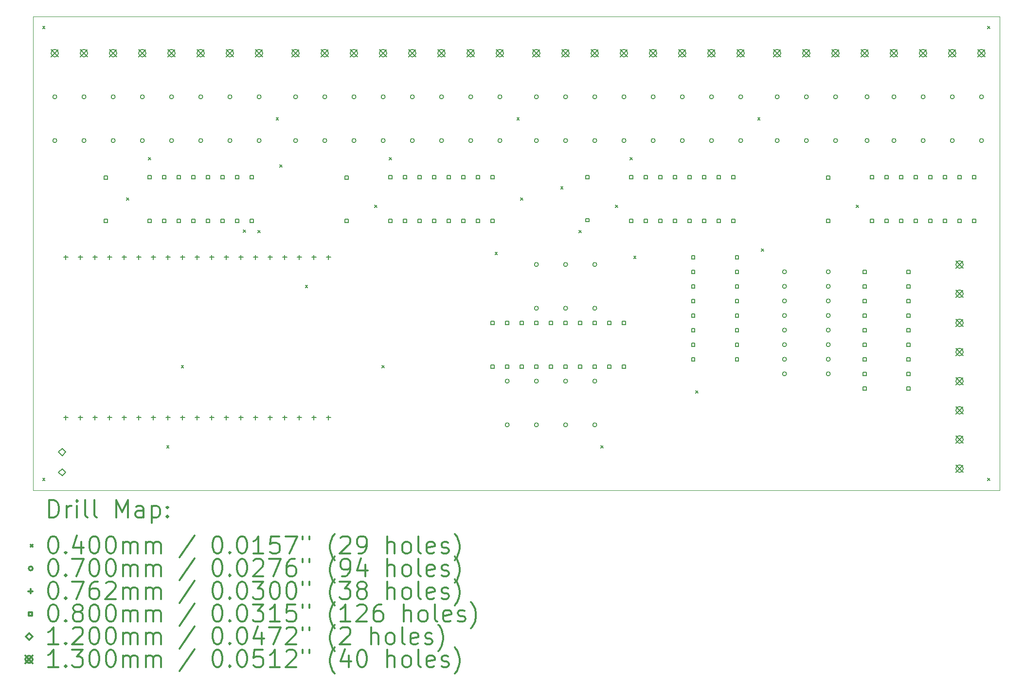
<source format=gbr>
%FSLAX45Y45*%
G04 Gerber Fmt 4.5, Leading zero omitted, Abs format (unit mm)*
G04 Created by KiCad (PCBNEW (5.1.10)-1) date 2023-10-25 11:47:02*
%MOMM*%
%LPD*%
G01*
G04 APERTURE LIST*
%TA.AperFunction,Profile*%
%ADD10C,0.050000*%
%TD*%
%ADD11C,0.200000*%
%ADD12C,0.300000*%
G04 APERTURE END LIST*
D10*
X11684000Y-1143000D02*
X28511500Y-1143000D01*
X11684000Y-9398000D02*
X11684000Y-1143000D01*
X28511500Y-9398000D02*
X11684000Y-9398000D01*
X28511500Y-1143000D02*
X28511500Y-9398000D01*
D11*
X11854500Y-1313500D02*
X11894500Y-1353500D01*
X11894500Y-1313500D02*
X11854500Y-1353500D01*
X11854500Y-9187500D02*
X11894500Y-9227500D01*
X11894500Y-9187500D02*
X11854500Y-9227500D01*
X13315000Y-4298000D02*
X13355000Y-4338000D01*
X13355000Y-4298000D02*
X13315000Y-4338000D01*
X13696000Y-3599500D02*
X13736000Y-3639500D01*
X13736000Y-3599500D02*
X13696000Y-3639500D01*
X14013500Y-8616000D02*
X14053500Y-8656000D01*
X14053500Y-8616000D02*
X14013500Y-8656000D01*
X14267500Y-7219000D02*
X14307500Y-7259000D01*
X14307500Y-7219000D02*
X14267500Y-7259000D01*
X15347000Y-4860499D02*
X15387000Y-4900499D01*
X15387000Y-4860499D02*
X15347000Y-4900499D01*
X15601000Y-4869500D02*
X15641000Y-4909500D01*
X15641000Y-4869500D02*
X15601000Y-4909500D01*
X15918500Y-2901000D02*
X15958500Y-2941000D01*
X15958500Y-2901000D02*
X15918500Y-2941000D01*
X15982000Y-3726500D02*
X16022000Y-3766500D01*
X16022000Y-3726500D02*
X15982000Y-3766500D01*
X16426500Y-5822000D02*
X16466500Y-5862000D01*
X16466500Y-5822000D02*
X16426500Y-5862000D01*
X17633000Y-4425000D02*
X17673000Y-4465000D01*
X17673000Y-4425000D02*
X17633000Y-4465000D01*
X17760000Y-7219000D02*
X17800000Y-7259000D01*
X17800000Y-7219000D02*
X17760000Y-7259000D01*
X17887000Y-3599500D02*
X17927000Y-3639500D01*
X17927000Y-3599500D02*
X17887000Y-3639500D01*
X19728500Y-5250500D02*
X19768500Y-5290500D01*
X19768500Y-5250500D02*
X19728500Y-5290500D01*
X20109500Y-2901000D02*
X20149500Y-2941000D01*
X20149500Y-2901000D02*
X20109500Y-2941000D01*
X20173000Y-4298000D02*
X20213000Y-4338000D01*
X20213000Y-4298000D02*
X20173000Y-4338000D01*
X20871500Y-4107500D02*
X20911500Y-4147500D01*
X20911500Y-4107500D02*
X20871500Y-4147500D01*
X21189000Y-4869500D02*
X21229000Y-4909500D01*
X21229000Y-4869500D02*
X21189000Y-4909500D01*
X21570000Y-8616000D02*
X21610000Y-8656000D01*
X21610000Y-8616000D02*
X21570000Y-8656000D01*
X21824000Y-4425000D02*
X21864000Y-4465000D01*
X21864000Y-4425000D02*
X21824000Y-4465000D01*
X22078000Y-3599500D02*
X22118000Y-3639500D01*
X22118000Y-3599500D02*
X22078000Y-3639500D01*
X22141500Y-5314000D02*
X22181500Y-5354000D01*
X22181500Y-5314000D02*
X22141500Y-5354000D01*
X23221000Y-7663500D02*
X23261000Y-7703500D01*
X23261000Y-7663500D02*
X23221000Y-7703500D01*
X24300500Y-2901000D02*
X24340500Y-2941000D01*
X24340500Y-2901000D02*
X24300500Y-2941000D01*
X24364000Y-5187000D02*
X24404000Y-5227000D01*
X24404000Y-5187000D02*
X24364000Y-5227000D01*
X26015000Y-4425000D02*
X26055000Y-4465000D01*
X26055000Y-4425000D02*
X26015000Y-4465000D01*
X28301000Y-1313500D02*
X28341000Y-1353500D01*
X28341000Y-1313500D02*
X28301000Y-1353500D01*
X28301000Y-9187500D02*
X28341000Y-9227500D01*
X28341000Y-9187500D02*
X28301000Y-9227500D01*
X12100000Y-2540000D02*
G75*
G03*
X12100000Y-2540000I-35000J0D01*
G01*
X12100000Y-3302000D02*
G75*
G03*
X12100000Y-3302000I-35000J0D01*
G01*
X12608000Y-2540000D02*
G75*
G03*
X12608000Y-2540000I-35000J0D01*
G01*
X12608000Y-3302000D02*
G75*
G03*
X12608000Y-3302000I-35000J0D01*
G01*
X13116000Y-2540000D02*
G75*
G03*
X13116000Y-2540000I-35000J0D01*
G01*
X13116000Y-3302000D02*
G75*
G03*
X13116000Y-3302000I-35000J0D01*
G01*
X13624000Y-2540000D02*
G75*
G03*
X13624000Y-2540000I-35000J0D01*
G01*
X13624000Y-3302000D02*
G75*
G03*
X13624000Y-3302000I-35000J0D01*
G01*
X14132000Y-2540000D02*
G75*
G03*
X14132000Y-2540000I-35000J0D01*
G01*
X14132000Y-3302000D02*
G75*
G03*
X14132000Y-3302000I-35000J0D01*
G01*
X14640000Y-2540000D02*
G75*
G03*
X14640000Y-2540000I-35000J0D01*
G01*
X14640000Y-3302000D02*
G75*
G03*
X14640000Y-3302000I-35000J0D01*
G01*
X15148000Y-2540000D02*
G75*
G03*
X15148000Y-2540000I-35000J0D01*
G01*
X15148000Y-3302000D02*
G75*
G03*
X15148000Y-3302000I-35000J0D01*
G01*
X15656000Y-2540000D02*
G75*
G03*
X15656000Y-2540000I-35000J0D01*
G01*
X15656000Y-3302000D02*
G75*
G03*
X15656000Y-3302000I-35000J0D01*
G01*
X16291000Y-2540000D02*
G75*
G03*
X16291000Y-2540000I-35000J0D01*
G01*
X16291000Y-3302000D02*
G75*
G03*
X16291000Y-3302000I-35000J0D01*
G01*
X16799000Y-2540000D02*
G75*
G03*
X16799000Y-2540000I-35000J0D01*
G01*
X16799000Y-3302000D02*
G75*
G03*
X16799000Y-3302000I-35000J0D01*
G01*
X17307000Y-2540000D02*
G75*
G03*
X17307000Y-2540000I-35000J0D01*
G01*
X17307000Y-3302000D02*
G75*
G03*
X17307000Y-3302000I-35000J0D01*
G01*
X17815000Y-2540000D02*
G75*
G03*
X17815000Y-2540000I-35000J0D01*
G01*
X17815000Y-3302000D02*
G75*
G03*
X17815000Y-3302000I-35000J0D01*
G01*
X18323000Y-2540000D02*
G75*
G03*
X18323000Y-2540000I-35000J0D01*
G01*
X18323000Y-3302000D02*
G75*
G03*
X18323000Y-3302000I-35000J0D01*
G01*
X18831000Y-2540000D02*
G75*
G03*
X18831000Y-2540000I-35000J0D01*
G01*
X18831000Y-3302000D02*
G75*
G03*
X18831000Y-3302000I-35000J0D01*
G01*
X19339000Y-2540000D02*
G75*
G03*
X19339000Y-2540000I-35000J0D01*
G01*
X19339000Y-3302000D02*
G75*
G03*
X19339000Y-3302000I-35000J0D01*
G01*
X19847000Y-2540000D02*
G75*
G03*
X19847000Y-2540000I-35000J0D01*
G01*
X19847000Y-3302000D02*
G75*
G03*
X19847000Y-3302000I-35000J0D01*
G01*
X19974000Y-7493000D02*
G75*
G03*
X19974000Y-7493000I-35000J0D01*
G01*
X19974000Y-8255000D02*
G75*
G03*
X19974000Y-8255000I-35000J0D01*
G01*
X20482000Y-2540000D02*
G75*
G03*
X20482000Y-2540000I-35000J0D01*
G01*
X20482000Y-3302000D02*
G75*
G03*
X20482000Y-3302000I-35000J0D01*
G01*
X20482000Y-5461000D02*
G75*
G03*
X20482000Y-5461000I-35000J0D01*
G01*
X20482000Y-6223000D02*
G75*
G03*
X20482000Y-6223000I-35000J0D01*
G01*
X20482000Y-7493000D02*
G75*
G03*
X20482000Y-7493000I-35000J0D01*
G01*
X20482000Y-8255000D02*
G75*
G03*
X20482000Y-8255000I-35000J0D01*
G01*
X20990000Y-2540000D02*
G75*
G03*
X20990000Y-2540000I-35000J0D01*
G01*
X20990000Y-3302000D02*
G75*
G03*
X20990000Y-3302000I-35000J0D01*
G01*
X20990000Y-5461000D02*
G75*
G03*
X20990000Y-5461000I-35000J0D01*
G01*
X20990000Y-6223000D02*
G75*
G03*
X20990000Y-6223000I-35000J0D01*
G01*
X20990000Y-7493000D02*
G75*
G03*
X20990000Y-7493000I-35000J0D01*
G01*
X20990000Y-8255000D02*
G75*
G03*
X20990000Y-8255000I-35000J0D01*
G01*
X21498000Y-2540000D02*
G75*
G03*
X21498000Y-2540000I-35000J0D01*
G01*
X21498000Y-3302000D02*
G75*
G03*
X21498000Y-3302000I-35000J0D01*
G01*
X21498000Y-5461000D02*
G75*
G03*
X21498000Y-5461000I-35000J0D01*
G01*
X21498000Y-6223000D02*
G75*
G03*
X21498000Y-6223000I-35000J0D01*
G01*
X21498000Y-7493000D02*
G75*
G03*
X21498000Y-7493000I-35000J0D01*
G01*
X21498000Y-8255000D02*
G75*
G03*
X21498000Y-8255000I-35000J0D01*
G01*
X22006000Y-2540000D02*
G75*
G03*
X22006000Y-2540000I-35000J0D01*
G01*
X22006000Y-3302000D02*
G75*
G03*
X22006000Y-3302000I-35000J0D01*
G01*
X22514000Y-2540000D02*
G75*
G03*
X22514000Y-2540000I-35000J0D01*
G01*
X22514000Y-3302000D02*
G75*
G03*
X22514000Y-3302000I-35000J0D01*
G01*
X23022000Y-2540000D02*
G75*
G03*
X23022000Y-2540000I-35000J0D01*
G01*
X23022000Y-3302000D02*
G75*
G03*
X23022000Y-3302000I-35000J0D01*
G01*
X23530000Y-2540000D02*
G75*
G03*
X23530000Y-2540000I-35000J0D01*
G01*
X23530000Y-3302000D02*
G75*
G03*
X23530000Y-3302000I-35000J0D01*
G01*
X24038000Y-2540000D02*
G75*
G03*
X24038000Y-2540000I-35000J0D01*
G01*
X24038000Y-3302000D02*
G75*
G03*
X24038000Y-3302000I-35000J0D01*
G01*
X24673000Y-2540000D02*
G75*
G03*
X24673000Y-2540000I-35000J0D01*
G01*
X24673000Y-3302000D02*
G75*
G03*
X24673000Y-3302000I-35000J0D01*
G01*
X24800000Y-5588000D02*
G75*
G03*
X24800000Y-5588000I-35000J0D01*
G01*
X24800000Y-5842000D02*
G75*
G03*
X24800000Y-5842000I-35000J0D01*
G01*
X24800000Y-6096000D02*
G75*
G03*
X24800000Y-6096000I-35000J0D01*
G01*
X24800000Y-6350000D02*
G75*
G03*
X24800000Y-6350000I-35000J0D01*
G01*
X24800000Y-6604000D02*
G75*
G03*
X24800000Y-6604000I-35000J0D01*
G01*
X24800000Y-6858000D02*
G75*
G03*
X24800000Y-6858000I-35000J0D01*
G01*
X24800000Y-7112000D02*
G75*
G03*
X24800000Y-7112000I-35000J0D01*
G01*
X24800000Y-7366000D02*
G75*
G03*
X24800000Y-7366000I-35000J0D01*
G01*
X25181000Y-2540000D02*
G75*
G03*
X25181000Y-2540000I-35000J0D01*
G01*
X25181000Y-3302000D02*
G75*
G03*
X25181000Y-3302000I-35000J0D01*
G01*
X25562000Y-5588000D02*
G75*
G03*
X25562000Y-5588000I-35000J0D01*
G01*
X25562000Y-5842000D02*
G75*
G03*
X25562000Y-5842000I-35000J0D01*
G01*
X25562000Y-6096000D02*
G75*
G03*
X25562000Y-6096000I-35000J0D01*
G01*
X25562000Y-6350000D02*
G75*
G03*
X25562000Y-6350000I-35000J0D01*
G01*
X25562000Y-6604000D02*
G75*
G03*
X25562000Y-6604000I-35000J0D01*
G01*
X25562000Y-6858000D02*
G75*
G03*
X25562000Y-6858000I-35000J0D01*
G01*
X25562000Y-7112000D02*
G75*
G03*
X25562000Y-7112000I-35000J0D01*
G01*
X25562000Y-7366000D02*
G75*
G03*
X25562000Y-7366000I-35000J0D01*
G01*
X25689000Y-2540000D02*
G75*
G03*
X25689000Y-2540000I-35000J0D01*
G01*
X25689000Y-3302000D02*
G75*
G03*
X25689000Y-3302000I-35000J0D01*
G01*
X26238000Y-2540000D02*
G75*
G03*
X26238000Y-2540000I-35000J0D01*
G01*
X26238000Y-3302000D02*
G75*
G03*
X26238000Y-3302000I-35000J0D01*
G01*
X26705000Y-2540000D02*
G75*
G03*
X26705000Y-2540000I-35000J0D01*
G01*
X26705000Y-3302000D02*
G75*
G03*
X26705000Y-3302000I-35000J0D01*
G01*
X27213000Y-2540000D02*
G75*
G03*
X27213000Y-2540000I-35000J0D01*
G01*
X27213000Y-3302000D02*
G75*
G03*
X27213000Y-3302000I-35000J0D01*
G01*
X27721000Y-2540000D02*
G75*
G03*
X27721000Y-2540000I-35000J0D01*
G01*
X27721000Y-3302000D02*
G75*
G03*
X27721000Y-3302000I-35000J0D01*
G01*
X28229000Y-2540000D02*
G75*
G03*
X28229000Y-2540000I-35000J0D01*
G01*
X28229000Y-3302000D02*
G75*
G03*
X28229000Y-3302000I-35000J0D01*
G01*
X12255500Y-5295900D02*
X12255500Y-5372100D01*
X12217400Y-5334000D02*
X12293600Y-5334000D01*
X12255500Y-8089900D02*
X12255500Y-8166100D01*
X12217400Y-8128000D02*
X12293600Y-8128000D01*
X12509500Y-5295900D02*
X12509500Y-5372100D01*
X12471400Y-5334000D02*
X12547600Y-5334000D01*
X12509500Y-8089900D02*
X12509500Y-8166100D01*
X12471400Y-8128000D02*
X12547600Y-8128000D01*
X12763500Y-5295900D02*
X12763500Y-5372100D01*
X12725400Y-5334000D02*
X12801600Y-5334000D01*
X12763500Y-8089900D02*
X12763500Y-8166100D01*
X12725400Y-8128000D02*
X12801600Y-8128000D01*
X13017500Y-5295900D02*
X13017500Y-5372100D01*
X12979400Y-5334000D02*
X13055600Y-5334000D01*
X13017500Y-8089900D02*
X13017500Y-8166100D01*
X12979400Y-8128000D02*
X13055600Y-8128000D01*
X13271500Y-5295900D02*
X13271500Y-5372100D01*
X13233400Y-5334000D02*
X13309600Y-5334000D01*
X13271500Y-8089900D02*
X13271500Y-8166100D01*
X13233400Y-8128000D02*
X13309600Y-8128000D01*
X13525500Y-5295900D02*
X13525500Y-5372100D01*
X13487400Y-5334000D02*
X13563600Y-5334000D01*
X13525500Y-8089900D02*
X13525500Y-8166100D01*
X13487400Y-8128000D02*
X13563600Y-8128000D01*
X13779500Y-5295900D02*
X13779500Y-5372100D01*
X13741400Y-5334000D02*
X13817600Y-5334000D01*
X13779500Y-8089900D02*
X13779500Y-8166100D01*
X13741400Y-8128000D02*
X13817600Y-8128000D01*
X14033500Y-5295900D02*
X14033500Y-5372100D01*
X13995400Y-5334000D02*
X14071600Y-5334000D01*
X14033500Y-8089900D02*
X14033500Y-8166100D01*
X13995400Y-8128000D02*
X14071600Y-8128000D01*
X14287500Y-5295900D02*
X14287500Y-5372100D01*
X14249400Y-5334000D02*
X14325600Y-5334000D01*
X14287500Y-8089900D02*
X14287500Y-8166100D01*
X14249400Y-8128000D02*
X14325600Y-8128000D01*
X14541500Y-5295900D02*
X14541500Y-5372100D01*
X14503400Y-5334000D02*
X14579600Y-5334000D01*
X14541500Y-8089900D02*
X14541500Y-8166100D01*
X14503400Y-8128000D02*
X14579600Y-8128000D01*
X14795500Y-5295900D02*
X14795500Y-5372100D01*
X14757400Y-5334000D02*
X14833600Y-5334000D01*
X14795500Y-8089900D02*
X14795500Y-8166100D01*
X14757400Y-8128000D02*
X14833600Y-8128000D01*
X15049500Y-5295900D02*
X15049500Y-5372100D01*
X15011400Y-5334000D02*
X15087600Y-5334000D01*
X15049500Y-8089900D02*
X15049500Y-8166100D01*
X15011400Y-8128000D02*
X15087600Y-8128000D01*
X15303500Y-5295900D02*
X15303500Y-5372100D01*
X15265400Y-5334000D02*
X15341600Y-5334000D01*
X15303500Y-8089900D02*
X15303500Y-8166100D01*
X15265400Y-8128000D02*
X15341600Y-8128000D01*
X15557500Y-5295900D02*
X15557500Y-5372100D01*
X15519400Y-5334000D02*
X15595600Y-5334000D01*
X15557500Y-8089900D02*
X15557500Y-8166100D01*
X15519400Y-8128000D02*
X15595600Y-8128000D01*
X15811500Y-5295900D02*
X15811500Y-5372100D01*
X15773400Y-5334000D02*
X15849600Y-5334000D01*
X15811500Y-8089900D02*
X15811500Y-8166100D01*
X15773400Y-8128000D02*
X15849600Y-8128000D01*
X16065500Y-5295900D02*
X16065500Y-5372100D01*
X16027400Y-5334000D02*
X16103600Y-5334000D01*
X16065500Y-8089900D02*
X16065500Y-8166100D01*
X16027400Y-8128000D02*
X16103600Y-8128000D01*
X16319500Y-5295900D02*
X16319500Y-5372100D01*
X16281400Y-5334000D02*
X16357600Y-5334000D01*
X16319500Y-8089900D02*
X16319500Y-8166100D01*
X16281400Y-8128000D02*
X16357600Y-8128000D01*
X16573500Y-5295900D02*
X16573500Y-5372100D01*
X16535400Y-5334000D02*
X16611600Y-5334000D01*
X16573500Y-8089900D02*
X16573500Y-8166100D01*
X16535400Y-8128000D02*
X16611600Y-8128000D01*
X16827500Y-5295900D02*
X16827500Y-5372100D01*
X16789400Y-5334000D02*
X16865600Y-5334000D01*
X16827500Y-8089900D02*
X16827500Y-8166100D01*
X16789400Y-8128000D02*
X16865600Y-8128000D01*
X12982284Y-3977284D02*
X12982284Y-3920715D01*
X12925715Y-3920715D01*
X12925715Y-3977284D01*
X12982284Y-3977284D01*
X12982284Y-4727285D02*
X12982284Y-4670716D01*
X12925715Y-4670716D01*
X12925715Y-4727285D01*
X12982284Y-4727285D01*
X13744284Y-3965284D02*
X13744284Y-3908715D01*
X13687715Y-3908715D01*
X13687715Y-3965284D01*
X13744284Y-3965284D01*
X13744284Y-4727285D02*
X13744284Y-4670716D01*
X13687715Y-4670716D01*
X13687715Y-4727285D01*
X13744284Y-4727285D01*
X13998284Y-3965284D02*
X13998284Y-3908715D01*
X13941715Y-3908715D01*
X13941715Y-3965284D01*
X13998284Y-3965284D01*
X13998284Y-4727285D02*
X13998284Y-4670716D01*
X13941715Y-4670716D01*
X13941715Y-4727285D01*
X13998284Y-4727285D01*
X14252284Y-3965284D02*
X14252284Y-3908715D01*
X14195715Y-3908715D01*
X14195715Y-3965284D01*
X14252284Y-3965284D01*
X14252284Y-4727285D02*
X14252284Y-4670716D01*
X14195715Y-4670716D01*
X14195715Y-4727285D01*
X14252284Y-4727285D01*
X14506284Y-3965284D02*
X14506284Y-3908715D01*
X14449715Y-3908715D01*
X14449715Y-3965284D01*
X14506284Y-3965284D01*
X14506284Y-4727285D02*
X14506284Y-4670716D01*
X14449715Y-4670716D01*
X14449715Y-4727285D01*
X14506284Y-4727285D01*
X14760284Y-3965284D02*
X14760284Y-3908715D01*
X14703715Y-3908715D01*
X14703715Y-3965284D01*
X14760284Y-3965284D01*
X14760284Y-4727285D02*
X14760284Y-4670716D01*
X14703715Y-4670716D01*
X14703715Y-4727285D01*
X14760284Y-4727285D01*
X15014284Y-3965284D02*
X15014284Y-3908715D01*
X14957715Y-3908715D01*
X14957715Y-3965284D01*
X15014284Y-3965284D01*
X15014284Y-4727285D02*
X15014284Y-4670716D01*
X14957715Y-4670716D01*
X14957715Y-4727285D01*
X15014284Y-4727285D01*
X15268284Y-3965284D02*
X15268284Y-3908715D01*
X15211715Y-3908715D01*
X15211715Y-3965284D01*
X15268284Y-3965284D01*
X15268284Y-4727285D02*
X15268284Y-4670716D01*
X15211715Y-4670716D01*
X15211715Y-4727285D01*
X15268284Y-4727285D01*
X15522284Y-3965284D02*
X15522284Y-3908715D01*
X15465715Y-3908715D01*
X15465715Y-3965284D01*
X15522284Y-3965284D01*
X15522284Y-4727285D02*
X15522284Y-4670716D01*
X15465715Y-4670716D01*
X15465715Y-4727285D01*
X15522284Y-4727285D01*
X17173285Y-3977284D02*
X17173285Y-3920715D01*
X17116716Y-3920715D01*
X17116716Y-3977284D01*
X17173285Y-3977284D01*
X17173285Y-4727285D02*
X17173285Y-4670716D01*
X17116716Y-4670716D01*
X17116716Y-4727285D01*
X17173285Y-4727285D01*
X17935285Y-3965284D02*
X17935285Y-3908715D01*
X17878716Y-3908715D01*
X17878716Y-3965284D01*
X17935285Y-3965284D01*
X17935285Y-4727285D02*
X17935285Y-4670716D01*
X17878716Y-4670716D01*
X17878716Y-4727285D01*
X17935285Y-4727285D01*
X18189285Y-3965284D02*
X18189285Y-3908715D01*
X18132716Y-3908715D01*
X18132716Y-3965284D01*
X18189285Y-3965284D01*
X18189285Y-4727285D02*
X18189285Y-4670716D01*
X18132716Y-4670716D01*
X18132716Y-4727285D01*
X18189285Y-4727285D01*
X18443285Y-3965284D02*
X18443285Y-3908715D01*
X18386716Y-3908715D01*
X18386716Y-3965284D01*
X18443285Y-3965284D01*
X18443285Y-4727285D02*
X18443285Y-4670716D01*
X18386716Y-4670716D01*
X18386716Y-4727285D01*
X18443285Y-4727285D01*
X18697285Y-3965284D02*
X18697285Y-3908715D01*
X18640716Y-3908715D01*
X18640716Y-3965284D01*
X18697285Y-3965284D01*
X18697285Y-4727285D02*
X18697285Y-4670716D01*
X18640716Y-4670716D01*
X18640716Y-4727285D01*
X18697285Y-4727285D01*
X18951285Y-3965284D02*
X18951285Y-3908715D01*
X18894716Y-3908715D01*
X18894716Y-3965284D01*
X18951285Y-3965284D01*
X18951285Y-4727285D02*
X18951285Y-4670716D01*
X18894716Y-4670716D01*
X18894716Y-4727285D01*
X18951285Y-4727285D01*
X19205285Y-3965284D02*
X19205285Y-3908715D01*
X19148716Y-3908715D01*
X19148716Y-3965284D01*
X19205285Y-3965284D01*
X19205285Y-4727285D02*
X19205285Y-4670716D01*
X19148716Y-4670716D01*
X19148716Y-4727285D01*
X19205285Y-4727285D01*
X19459285Y-3965284D02*
X19459285Y-3908715D01*
X19402716Y-3908715D01*
X19402716Y-3965284D01*
X19459285Y-3965284D01*
X19459285Y-4727285D02*
X19459285Y-4670716D01*
X19402716Y-4670716D01*
X19402716Y-4727285D01*
X19459285Y-4727285D01*
X19713285Y-3965284D02*
X19713285Y-3908715D01*
X19656716Y-3908715D01*
X19656716Y-3965284D01*
X19713285Y-3965284D01*
X19713285Y-4727285D02*
X19713285Y-4670716D01*
X19656716Y-4670716D01*
X19656716Y-4727285D01*
X19713285Y-4727285D01*
X19713285Y-6505284D02*
X19713285Y-6448715D01*
X19656716Y-6448715D01*
X19656716Y-6505284D01*
X19713285Y-6505284D01*
X19713285Y-7267284D02*
X19713285Y-7210715D01*
X19656716Y-7210715D01*
X19656716Y-7267284D01*
X19713285Y-7267284D01*
X19967285Y-6505284D02*
X19967285Y-6448715D01*
X19910716Y-6448715D01*
X19910716Y-6505284D01*
X19967285Y-6505284D01*
X19967285Y-7267284D02*
X19967285Y-7210715D01*
X19910716Y-7210715D01*
X19910716Y-7267284D01*
X19967285Y-7267284D01*
X20221285Y-6505284D02*
X20221285Y-6448715D01*
X20164716Y-6448715D01*
X20164716Y-6505284D01*
X20221285Y-6505284D01*
X20221285Y-7267284D02*
X20221285Y-7210715D01*
X20164716Y-7210715D01*
X20164716Y-7267284D01*
X20221285Y-7267284D01*
X20475285Y-6505284D02*
X20475285Y-6448715D01*
X20418716Y-6448715D01*
X20418716Y-6505284D01*
X20475285Y-6505284D01*
X20475285Y-7267284D02*
X20475285Y-7210715D01*
X20418716Y-7210715D01*
X20418716Y-7267284D01*
X20475285Y-7267284D01*
X20729285Y-6505284D02*
X20729285Y-6448715D01*
X20672716Y-6448715D01*
X20672716Y-6505284D01*
X20729285Y-6505284D01*
X20729285Y-7267284D02*
X20729285Y-7210715D01*
X20672716Y-7210715D01*
X20672716Y-7267284D01*
X20729285Y-7267284D01*
X20983285Y-6505284D02*
X20983285Y-6448715D01*
X20926716Y-6448715D01*
X20926716Y-6505284D01*
X20983285Y-6505284D01*
X20983285Y-7267284D02*
X20983285Y-7210715D01*
X20926716Y-7210715D01*
X20926716Y-7267284D01*
X20983285Y-7267284D01*
X21237285Y-6505284D02*
X21237285Y-6448715D01*
X21180716Y-6448715D01*
X21180716Y-6505284D01*
X21237285Y-6505284D01*
X21237285Y-7267284D02*
X21237285Y-7210715D01*
X21180716Y-7210715D01*
X21180716Y-7267284D01*
X21237285Y-7267284D01*
X21364285Y-3965284D02*
X21364285Y-3908715D01*
X21307716Y-3908715D01*
X21307716Y-3965284D01*
X21364285Y-3965284D01*
X21364285Y-4715285D02*
X21364285Y-4658716D01*
X21307716Y-4658716D01*
X21307716Y-4715285D01*
X21364285Y-4715285D01*
X21491285Y-6505284D02*
X21491285Y-6448715D01*
X21434716Y-6448715D01*
X21434716Y-6505284D01*
X21491285Y-6505284D01*
X21491285Y-7267284D02*
X21491285Y-7210715D01*
X21434716Y-7210715D01*
X21434716Y-7267284D01*
X21491285Y-7267284D01*
X21745285Y-6505284D02*
X21745285Y-6448715D01*
X21688716Y-6448715D01*
X21688716Y-6505284D01*
X21745285Y-6505284D01*
X21745285Y-7267284D02*
X21745285Y-7210715D01*
X21688716Y-7210715D01*
X21688716Y-7267284D01*
X21745285Y-7267284D01*
X21999285Y-6505284D02*
X21999285Y-6448715D01*
X21942716Y-6448715D01*
X21942716Y-6505284D01*
X21999285Y-6505284D01*
X21999285Y-7267284D02*
X21999285Y-7210715D01*
X21942716Y-7210715D01*
X21942716Y-7267284D01*
X21999285Y-7267284D01*
X22126285Y-3965284D02*
X22126285Y-3908715D01*
X22069716Y-3908715D01*
X22069716Y-3965284D01*
X22126285Y-3965284D01*
X22126285Y-4727285D02*
X22126285Y-4670716D01*
X22069716Y-4670716D01*
X22069716Y-4727285D01*
X22126285Y-4727285D01*
X22380284Y-3965284D02*
X22380284Y-3908715D01*
X22323716Y-3908715D01*
X22323716Y-3965284D01*
X22380284Y-3965284D01*
X22380284Y-4727285D02*
X22380284Y-4670716D01*
X22323716Y-4670716D01*
X22323716Y-4727285D01*
X22380284Y-4727285D01*
X22634284Y-3965284D02*
X22634284Y-3908715D01*
X22577715Y-3908715D01*
X22577715Y-3965284D01*
X22634284Y-3965284D01*
X22634284Y-4727285D02*
X22634284Y-4670716D01*
X22577715Y-4670716D01*
X22577715Y-4727285D01*
X22634284Y-4727285D01*
X22888284Y-3965284D02*
X22888284Y-3908715D01*
X22831715Y-3908715D01*
X22831715Y-3965284D01*
X22888284Y-3965284D01*
X22888284Y-4727285D02*
X22888284Y-4670716D01*
X22831715Y-4670716D01*
X22831715Y-4727285D01*
X22888284Y-4727285D01*
X23142284Y-3965284D02*
X23142284Y-3908715D01*
X23085715Y-3908715D01*
X23085715Y-3965284D01*
X23142284Y-3965284D01*
X23142284Y-4727285D02*
X23142284Y-4670716D01*
X23085715Y-4670716D01*
X23085715Y-4727285D01*
X23142284Y-4727285D01*
X23205784Y-5362285D02*
X23205784Y-5305716D01*
X23149215Y-5305716D01*
X23149215Y-5362285D01*
X23205784Y-5362285D01*
X23205784Y-5616284D02*
X23205784Y-5559716D01*
X23149215Y-5559716D01*
X23149215Y-5616284D01*
X23205784Y-5616284D01*
X23205784Y-5870284D02*
X23205784Y-5813715D01*
X23149215Y-5813715D01*
X23149215Y-5870284D01*
X23205784Y-5870284D01*
X23205784Y-6124284D02*
X23205784Y-6067715D01*
X23149215Y-6067715D01*
X23149215Y-6124284D01*
X23205784Y-6124284D01*
X23205784Y-6378284D02*
X23205784Y-6321715D01*
X23149215Y-6321715D01*
X23149215Y-6378284D01*
X23205784Y-6378284D01*
X23205784Y-6632284D02*
X23205784Y-6575715D01*
X23149215Y-6575715D01*
X23149215Y-6632284D01*
X23205784Y-6632284D01*
X23205784Y-6886284D02*
X23205784Y-6829715D01*
X23149215Y-6829715D01*
X23149215Y-6886284D01*
X23205784Y-6886284D01*
X23205784Y-7140284D02*
X23205784Y-7083715D01*
X23149215Y-7083715D01*
X23149215Y-7140284D01*
X23205784Y-7140284D01*
X23396284Y-3965284D02*
X23396284Y-3908715D01*
X23339715Y-3908715D01*
X23339715Y-3965284D01*
X23396284Y-3965284D01*
X23396284Y-4727285D02*
X23396284Y-4670716D01*
X23339715Y-4670716D01*
X23339715Y-4727285D01*
X23396284Y-4727285D01*
X23650284Y-3965284D02*
X23650284Y-3908715D01*
X23593715Y-3908715D01*
X23593715Y-3965284D01*
X23650284Y-3965284D01*
X23650284Y-4727285D02*
X23650284Y-4670716D01*
X23593715Y-4670716D01*
X23593715Y-4727285D01*
X23650284Y-4727285D01*
X23904284Y-3965284D02*
X23904284Y-3908715D01*
X23847715Y-3908715D01*
X23847715Y-3965284D01*
X23904284Y-3965284D01*
X23904284Y-4727285D02*
X23904284Y-4670716D01*
X23847715Y-4670716D01*
X23847715Y-4727285D01*
X23904284Y-4727285D01*
X23967784Y-5362285D02*
X23967784Y-5305716D01*
X23911215Y-5305716D01*
X23911215Y-5362285D01*
X23967784Y-5362285D01*
X23967784Y-5616284D02*
X23967784Y-5559716D01*
X23911215Y-5559716D01*
X23911215Y-5616284D01*
X23967784Y-5616284D01*
X23967784Y-5870284D02*
X23967784Y-5813715D01*
X23911215Y-5813715D01*
X23911215Y-5870284D01*
X23967784Y-5870284D01*
X23967784Y-6124284D02*
X23967784Y-6067715D01*
X23911215Y-6067715D01*
X23911215Y-6124284D01*
X23967784Y-6124284D01*
X23967784Y-6378284D02*
X23967784Y-6321715D01*
X23911215Y-6321715D01*
X23911215Y-6378284D01*
X23967784Y-6378284D01*
X23967784Y-6632284D02*
X23967784Y-6575715D01*
X23911215Y-6575715D01*
X23911215Y-6632284D01*
X23967784Y-6632284D01*
X23967784Y-6886284D02*
X23967784Y-6829715D01*
X23911215Y-6829715D01*
X23911215Y-6886284D01*
X23967784Y-6886284D01*
X23967784Y-7140284D02*
X23967784Y-7083715D01*
X23911215Y-7083715D01*
X23911215Y-7140284D01*
X23967784Y-7140284D01*
X25555284Y-3977284D02*
X25555284Y-3920715D01*
X25498715Y-3920715D01*
X25498715Y-3977284D01*
X25555284Y-3977284D01*
X25555284Y-4727285D02*
X25555284Y-4670716D01*
X25498715Y-4670716D01*
X25498715Y-4727285D01*
X25555284Y-4727285D01*
X26190284Y-5616284D02*
X26190284Y-5559716D01*
X26133715Y-5559716D01*
X26133715Y-5616284D01*
X26190284Y-5616284D01*
X26190284Y-5870284D02*
X26190284Y-5813715D01*
X26133715Y-5813715D01*
X26133715Y-5870284D01*
X26190284Y-5870284D01*
X26190284Y-6124284D02*
X26190284Y-6067715D01*
X26133715Y-6067715D01*
X26133715Y-6124284D01*
X26190284Y-6124284D01*
X26190284Y-6378284D02*
X26190284Y-6321715D01*
X26133715Y-6321715D01*
X26133715Y-6378284D01*
X26190284Y-6378284D01*
X26190284Y-6632284D02*
X26190284Y-6575715D01*
X26133715Y-6575715D01*
X26133715Y-6632284D01*
X26190284Y-6632284D01*
X26190284Y-6886284D02*
X26190284Y-6829715D01*
X26133715Y-6829715D01*
X26133715Y-6886284D01*
X26190284Y-6886284D01*
X26190284Y-7140284D02*
X26190284Y-7083715D01*
X26133715Y-7083715D01*
X26133715Y-7140284D01*
X26190284Y-7140284D01*
X26190284Y-7394284D02*
X26190284Y-7337715D01*
X26133715Y-7337715D01*
X26133715Y-7394284D01*
X26190284Y-7394284D01*
X26190284Y-7648284D02*
X26190284Y-7591715D01*
X26133715Y-7591715D01*
X26133715Y-7648284D01*
X26190284Y-7648284D01*
X26317284Y-3965284D02*
X26317284Y-3908715D01*
X26260715Y-3908715D01*
X26260715Y-3965284D01*
X26317284Y-3965284D01*
X26317284Y-4727285D02*
X26317284Y-4670716D01*
X26260715Y-4670716D01*
X26260715Y-4727285D01*
X26317284Y-4727285D01*
X26571284Y-3965284D02*
X26571284Y-3908715D01*
X26514715Y-3908715D01*
X26514715Y-3965284D01*
X26571284Y-3965284D01*
X26571284Y-4727285D02*
X26571284Y-4670716D01*
X26514715Y-4670716D01*
X26514715Y-4727285D01*
X26571284Y-4727285D01*
X26825284Y-3965284D02*
X26825284Y-3908715D01*
X26768715Y-3908715D01*
X26768715Y-3965284D01*
X26825284Y-3965284D01*
X26825284Y-4727285D02*
X26825284Y-4670716D01*
X26768715Y-4670716D01*
X26768715Y-4727285D01*
X26825284Y-4727285D01*
X26952284Y-5616284D02*
X26952284Y-5559716D01*
X26895715Y-5559716D01*
X26895715Y-5616284D01*
X26952284Y-5616284D01*
X26952284Y-5870284D02*
X26952284Y-5813715D01*
X26895715Y-5813715D01*
X26895715Y-5870284D01*
X26952284Y-5870284D01*
X26952284Y-6124284D02*
X26952284Y-6067715D01*
X26895715Y-6067715D01*
X26895715Y-6124284D01*
X26952284Y-6124284D01*
X26952284Y-6378284D02*
X26952284Y-6321715D01*
X26895715Y-6321715D01*
X26895715Y-6378284D01*
X26952284Y-6378284D01*
X26952284Y-6632284D02*
X26952284Y-6575715D01*
X26895715Y-6575715D01*
X26895715Y-6632284D01*
X26952284Y-6632284D01*
X26952284Y-6886284D02*
X26952284Y-6829715D01*
X26895715Y-6829715D01*
X26895715Y-6886284D01*
X26952284Y-6886284D01*
X26952284Y-7140284D02*
X26952284Y-7083715D01*
X26895715Y-7083715D01*
X26895715Y-7140284D01*
X26952284Y-7140284D01*
X26952284Y-7394284D02*
X26952284Y-7337715D01*
X26895715Y-7337715D01*
X26895715Y-7394284D01*
X26952284Y-7394284D01*
X26952284Y-7648284D02*
X26952284Y-7591715D01*
X26895715Y-7591715D01*
X26895715Y-7648284D01*
X26952284Y-7648284D01*
X27079284Y-3965284D02*
X27079284Y-3908715D01*
X27022715Y-3908715D01*
X27022715Y-3965284D01*
X27079284Y-3965284D01*
X27079284Y-4727285D02*
X27079284Y-4670716D01*
X27022715Y-4670716D01*
X27022715Y-4727285D01*
X27079284Y-4727285D01*
X27333284Y-3965284D02*
X27333284Y-3908715D01*
X27276715Y-3908715D01*
X27276715Y-3965284D01*
X27333284Y-3965284D01*
X27333284Y-4727285D02*
X27333284Y-4670716D01*
X27276715Y-4670716D01*
X27276715Y-4727285D01*
X27333284Y-4727285D01*
X27587284Y-3965284D02*
X27587284Y-3908715D01*
X27530715Y-3908715D01*
X27530715Y-3965284D01*
X27587284Y-3965284D01*
X27587284Y-4727285D02*
X27587284Y-4670716D01*
X27530715Y-4670716D01*
X27530715Y-4727285D01*
X27587284Y-4727285D01*
X27841284Y-3965284D02*
X27841284Y-3908715D01*
X27784715Y-3908715D01*
X27784715Y-3965284D01*
X27841284Y-3965284D01*
X27841284Y-4727285D02*
X27841284Y-4670716D01*
X27784715Y-4670716D01*
X27784715Y-4727285D01*
X27841284Y-4727285D01*
X28095284Y-3965284D02*
X28095284Y-3908715D01*
X28038715Y-3908715D01*
X28038715Y-3965284D01*
X28095284Y-3965284D01*
X28095284Y-4727285D02*
X28095284Y-4670716D01*
X28038715Y-4670716D01*
X28038715Y-4727285D01*
X28095284Y-4727285D01*
X12192000Y-8790500D02*
X12252000Y-8730500D01*
X12192000Y-8670500D01*
X12132000Y-8730500D01*
X12192000Y-8790500D01*
X12192000Y-9140500D02*
X12252000Y-9080500D01*
X12192000Y-9020500D01*
X12132000Y-9080500D01*
X12192000Y-9140500D01*
X12000000Y-1713000D02*
X12130000Y-1843000D01*
X12130000Y-1713000D02*
X12000000Y-1843000D01*
X12130000Y-1778000D02*
G75*
G03*
X12130000Y-1778000I-65000J0D01*
G01*
X12508000Y-1713000D02*
X12638000Y-1843000D01*
X12638000Y-1713000D02*
X12508000Y-1843000D01*
X12638000Y-1778000D02*
G75*
G03*
X12638000Y-1778000I-65000J0D01*
G01*
X13016000Y-1713000D02*
X13146000Y-1843000D01*
X13146000Y-1713000D02*
X13016000Y-1843000D01*
X13146000Y-1778000D02*
G75*
G03*
X13146000Y-1778000I-65000J0D01*
G01*
X13524000Y-1713000D02*
X13654000Y-1843000D01*
X13654000Y-1713000D02*
X13524000Y-1843000D01*
X13654000Y-1778000D02*
G75*
G03*
X13654000Y-1778000I-65000J0D01*
G01*
X14032000Y-1713000D02*
X14162000Y-1843000D01*
X14162000Y-1713000D02*
X14032000Y-1843000D01*
X14162000Y-1778000D02*
G75*
G03*
X14162000Y-1778000I-65000J0D01*
G01*
X14540000Y-1713000D02*
X14670000Y-1843000D01*
X14670000Y-1713000D02*
X14540000Y-1843000D01*
X14670000Y-1778000D02*
G75*
G03*
X14670000Y-1778000I-65000J0D01*
G01*
X15048000Y-1713000D02*
X15178000Y-1843000D01*
X15178000Y-1713000D02*
X15048000Y-1843000D01*
X15178000Y-1778000D02*
G75*
G03*
X15178000Y-1778000I-65000J0D01*
G01*
X15556000Y-1713000D02*
X15686000Y-1843000D01*
X15686000Y-1713000D02*
X15556000Y-1843000D01*
X15686000Y-1778000D02*
G75*
G03*
X15686000Y-1778000I-65000J0D01*
G01*
X16191000Y-1713000D02*
X16321000Y-1843000D01*
X16321000Y-1713000D02*
X16191000Y-1843000D01*
X16321000Y-1778000D02*
G75*
G03*
X16321000Y-1778000I-65000J0D01*
G01*
X16699000Y-1713000D02*
X16829000Y-1843000D01*
X16829000Y-1713000D02*
X16699000Y-1843000D01*
X16829000Y-1778000D02*
G75*
G03*
X16829000Y-1778000I-65000J0D01*
G01*
X17207000Y-1713000D02*
X17337000Y-1843000D01*
X17337000Y-1713000D02*
X17207000Y-1843000D01*
X17337000Y-1778000D02*
G75*
G03*
X17337000Y-1778000I-65000J0D01*
G01*
X17715000Y-1713000D02*
X17845000Y-1843000D01*
X17845000Y-1713000D02*
X17715000Y-1843000D01*
X17845000Y-1778000D02*
G75*
G03*
X17845000Y-1778000I-65000J0D01*
G01*
X18223000Y-1713000D02*
X18353000Y-1843000D01*
X18353000Y-1713000D02*
X18223000Y-1843000D01*
X18353000Y-1778000D02*
G75*
G03*
X18353000Y-1778000I-65000J0D01*
G01*
X18731000Y-1713000D02*
X18861000Y-1843000D01*
X18861000Y-1713000D02*
X18731000Y-1843000D01*
X18861000Y-1778000D02*
G75*
G03*
X18861000Y-1778000I-65000J0D01*
G01*
X19239000Y-1713000D02*
X19369000Y-1843000D01*
X19369000Y-1713000D02*
X19239000Y-1843000D01*
X19369000Y-1778000D02*
G75*
G03*
X19369000Y-1778000I-65000J0D01*
G01*
X19747000Y-1713000D02*
X19877000Y-1843000D01*
X19877000Y-1713000D02*
X19747000Y-1843000D01*
X19877000Y-1778000D02*
G75*
G03*
X19877000Y-1778000I-65000J0D01*
G01*
X20382000Y-1713000D02*
X20512000Y-1843000D01*
X20512000Y-1713000D02*
X20382000Y-1843000D01*
X20512000Y-1778000D02*
G75*
G03*
X20512000Y-1778000I-65000J0D01*
G01*
X20890000Y-1713000D02*
X21020000Y-1843000D01*
X21020000Y-1713000D02*
X20890000Y-1843000D01*
X21020000Y-1778000D02*
G75*
G03*
X21020000Y-1778000I-65000J0D01*
G01*
X21398000Y-1713000D02*
X21528000Y-1843000D01*
X21528000Y-1713000D02*
X21398000Y-1843000D01*
X21528000Y-1778000D02*
G75*
G03*
X21528000Y-1778000I-65000J0D01*
G01*
X21906000Y-1713000D02*
X22036000Y-1843000D01*
X22036000Y-1713000D02*
X21906000Y-1843000D01*
X22036000Y-1778000D02*
G75*
G03*
X22036000Y-1778000I-65000J0D01*
G01*
X22414000Y-1713000D02*
X22544000Y-1843000D01*
X22544000Y-1713000D02*
X22414000Y-1843000D01*
X22544000Y-1778000D02*
G75*
G03*
X22544000Y-1778000I-65000J0D01*
G01*
X22922000Y-1713000D02*
X23052000Y-1843000D01*
X23052000Y-1713000D02*
X22922000Y-1843000D01*
X23052000Y-1778000D02*
G75*
G03*
X23052000Y-1778000I-65000J0D01*
G01*
X23430000Y-1713000D02*
X23560000Y-1843000D01*
X23560000Y-1713000D02*
X23430000Y-1843000D01*
X23560000Y-1778000D02*
G75*
G03*
X23560000Y-1778000I-65000J0D01*
G01*
X23938000Y-1713000D02*
X24068000Y-1843000D01*
X24068000Y-1713000D02*
X23938000Y-1843000D01*
X24068000Y-1778000D02*
G75*
G03*
X24068000Y-1778000I-65000J0D01*
G01*
X24573000Y-1713000D02*
X24703000Y-1843000D01*
X24703000Y-1713000D02*
X24573000Y-1843000D01*
X24703000Y-1778000D02*
G75*
G03*
X24703000Y-1778000I-65000J0D01*
G01*
X25081000Y-1713000D02*
X25211000Y-1843000D01*
X25211000Y-1713000D02*
X25081000Y-1843000D01*
X25211000Y-1778000D02*
G75*
G03*
X25211000Y-1778000I-65000J0D01*
G01*
X25589000Y-1713000D02*
X25719000Y-1843000D01*
X25719000Y-1713000D02*
X25589000Y-1843000D01*
X25719000Y-1778000D02*
G75*
G03*
X25719000Y-1778000I-65000J0D01*
G01*
X26097000Y-1713000D02*
X26227000Y-1843000D01*
X26227000Y-1713000D02*
X26097000Y-1843000D01*
X26227000Y-1778000D02*
G75*
G03*
X26227000Y-1778000I-65000J0D01*
G01*
X26605000Y-1713000D02*
X26735000Y-1843000D01*
X26735000Y-1713000D02*
X26605000Y-1843000D01*
X26735000Y-1778000D02*
G75*
G03*
X26735000Y-1778000I-65000J0D01*
G01*
X27113000Y-1713000D02*
X27243000Y-1843000D01*
X27243000Y-1713000D02*
X27113000Y-1843000D01*
X27243000Y-1778000D02*
G75*
G03*
X27243000Y-1778000I-65000J0D01*
G01*
X27621000Y-1713000D02*
X27751000Y-1843000D01*
X27751000Y-1713000D02*
X27621000Y-1843000D01*
X27751000Y-1778000D02*
G75*
G03*
X27751000Y-1778000I-65000J0D01*
G01*
X27748000Y-5396000D02*
X27878000Y-5526000D01*
X27878000Y-5396000D02*
X27748000Y-5526000D01*
X27878000Y-5461000D02*
G75*
G03*
X27878000Y-5461000I-65000J0D01*
G01*
X27748000Y-5904000D02*
X27878000Y-6034000D01*
X27878000Y-5904000D02*
X27748000Y-6034000D01*
X27878000Y-5969000D02*
G75*
G03*
X27878000Y-5969000I-65000J0D01*
G01*
X27748000Y-6412000D02*
X27878000Y-6542000D01*
X27878000Y-6412000D02*
X27748000Y-6542000D01*
X27878000Y-6477000D02*
G75*
G03*
X27878000Y-6477000I-65000J0D01*
G01*
X27748000Y-6920000D02*
X27878000Y-7050000D01*
X27878000Y-6920000D02*
X27748000Y-7050000D01*
X27878000Y-6985000D02*
G75*
G03*
X27878000Y-6985000I-65000J0D01*
G01*
X27748000Y-7428000D02*
X27878000Y-7558000D01*
X27878000Y-7428000D02*
X27748000Y-7558000D01*
X27878000Y-7493000D02*
G75*
G03*
X27878000Y-7493000I-65000J0D01*
G01*
X27748000Y-7936000D02*
X27878000Y-8066000D01*
X27878000Y-7936000D02*
X27748000Y-8066000D01*
X27878000Y-8001000D02*
G75*
G03*
X27878000Y-8001000I-65000J0D01*
G01*
X27748000Y-8444000D02*
X27878000Y-8574000D01*
X27878000Y-8444000D02*
X27748000Y-8574000D01*
X27878000Y-8509000D02*
G75*
G03*
X27878000Y-8509000I-65000J0D01*
G01*
X27748000Y-8952000D02*
X27878000Y-9082000D01*
X27878000Y-8952000D02*
X27748000Y-9082000D01*
X27878000Y-9017000D02*
G75*
G03*
X27878000Y-9017000I-65000J0D01*
G01*
X28129000Y-1713000D02*
X28259000Y-1843000D01*
X28259000Y-1713000D02*
X28129000Y-1843000D01*
X28259000Y-1778000D02*
G75*
G03*
X28259000Y-1778000I-65000J0D01*
G01*
D12*
X11967928Y-9866214D02*
X11967928Y-9566214D01*
X12039357Y-9566214D01*
X12082214Y-9580500D01*
X12110786Y-9609072D01*
X12125071Y-9637643D01*
X12139357Y-9694786D01*
X12139357Y-9737643D01*
X12125071Y-9794786D01*
X12110786Y-9823357D01*
X12082214Y-9851929D01*
X12039357Y-9866214D01*
X11967928Y-9866214D01*
X12267928Y-9866214D02*
X12267928Y-9666214D01*
X12267928Y-9723357D02*
X12282214Y-9694786D01*
X12296500Y-9680500D01*
X12325071Y-9666214D01*
X12353643Y-9666214D01*
X12453643Y-9866214D02*
X12453643Y-9666214D01*
X12453643Y-9566214D02*
X12439357Y-9580500D01*
X12453643Y-9594786D01*
X12467928Y-9580500D01*
X12453643Y-9566214D01*
X12453643Y-9594786D01*
X12639357Y-9866214D02*
X12610786Y-9851929D01*
X12596500Y-9823357D01*
X12596500Y-9566214D01*
X12796500Y-9866214D02*
X12767928Y-9851929D01*
X12753643Y-9823357D01*
X12753643Y-9566214D01*
X13139357Y-9866214D02*
X13139357Y-9566214D01*
X13239357Y-9780500D01*
X13339357Y-9566214D01*
X13339357Y-9866214D01*
X13610786Y-9866214D02*
X13610786Y-9709072D01*
X13596500Y-9680500D01*
X13567928Y-9666214D01*
X13510786Y-9666214D01*
X13482214Y-9680500D01*
X13610786Y-9851929D02*
X13582214Y-9866214D01*
X13510786Y-9866214D01*
X13482214Y-9851929D01*
X13467928Y-9823357D01*
X13467928Y-9794786D01*
X13482214Y-9766214D01*
X13510786Y-9751929D01*
X13582214Y-9751929D01*
X13610786Y-9737643D01*
X13753643Y-9666214D02*
X13753643Y-9966214D01*
X13753643Y-9680500D02*
X13782214Y-9666214D01*
X13839357Y-9666214D01*
X13867928Y-9680500D01*
X13882214Y-9694786D01*
X13896500Y-9723357D01*
X13896500Y-9809072D01*
X13882214Y-9837643D01*
X13867928Y-9851929D01*
X13839357Y-9866214D01*
X13782214Y-9866214D01*
X13753643Y-9851929D01*
X14025071Y-9837643D02*
X14039357Y-9851929D01*
X14025071Y-9866214D01*
X14010786Y-9851929D01*
X14025071Y-9837643D01*
X14025071Y-9866214D01*
X14025071Y-9680500D02*
X14039357Y-9694786D01*
X14025071Y-9709072D01*
X14010786Y-9694786D01*
X14025071Y-9680500D01*
X14025071Y-9709072D01*
X11641500Y-10340500D02*
X11681500Y-10380500D01*
X11681500Y-10340500D02*
X11641500Y-10380500D01*
X12025071Y-10196214D02*
X12053643Y-10196214D01*
X12082214Y-10210500D01*
X12096500Y-10224786D01*
X12110786Y-10253357D01*
X12125071Y-10310500D01*
X12125071Y-10381929D01*
X12110786Y-10439072D01*
X12096500Y-10467643D01*
X12082214Y-10481929D01*
X12053643Y-10496214D01*
X12025071Y-10496214D01*
X11996500Y-10481929D01*
X11982214Y-10467643D01*
X11967928Y-10439072D01*
X11953643Y-10381929D01*
X11953643Y-10310500D01*
X11967928Y-10253357D01*
X11982214Y-10224786D01*
X11996500Y-10210500D01*
X12025071Y-10196214D01*
X12253643Y-10467643D02*
X12267928Y-10481929D01*
X12253643Y-10496214D01*
X12239357Y-10481929D01*
X12253643Y-10467643D01*
X12253643Y-10496214D01*
X12525071Y-10296214D02*
X12525071Y-10496214D01*
X12453643Y-10181929D02*
X12382214Y-10396214D01*
X12567928Y-10396214D01*
X12739357Y-10196214D02*
X12767928Y-10196214D01*
X12796500Y-10210500D01*
X12810786Y-10224786D01*
X12825071Y-10253357D01*
X12839357Y-10310500D01*
X12839357Y-10381929D01*
X12825071Y-10439072D01*
X12810786Y-10467643D01*
X12796500Y-10481929D01*
X12767928Y-10496214D01*
X12739357Y-10496214D01*
X12710786Y-10481929D01*
X12696500Y-10467643D01*
X12682214Y-10439072D01*
X12667928Y-10381929D01*
X12667928Y-10310500D01*
X12682214Y-10253357D01*
X12696500Y-10224786D01*
X12710786Y-10210500D01*
X12739357Y-10196214D01*
X13025071Y-10196214D02*
X13053643Y-10196214D01*
X13082214Y-10210500D01*
X13096500Y-10224786D01*
X13110786Y-10253357D01*
X13125071Y-10310500D01*
X13125071Y-10381929D01*
X13110786Y-10439072D01*
X13096500Y-10467643D01*
X13082214Y-10481929D01*
X13053643Y-10496214D01*
X13025071Y-10496214D01*
X12996500Y-10481929D01*
X12982214Y-10467643D01*
X12967928Y-10439072D01*
X12953643Y-10381929D01*
X12953643Y-10310500D01*
X12967928Y-10253357D01*
X12982214Y-10224786D01*
X12996500Y-10210500D01*
X13025071Y-10196214D01*
X13253643Y-10496214D02*
X13253643Y-10296214D01*
X13253643Y-10324786D02*
X13267928Y-10310500D01*
X13296500Y-10296214D01*
X13339357Y-10296214D01*
X13367928Y-10310500D01*
X13382214Y-10339072D01*
X13382214Y-10496214D01*
X13382214Y-10339072D02*
X13396500Y-10310500D01*
X13425071Y-10296214D01*
X13467928Y-10296214D01*
X13496500Y-10310500D01*
X13510786Y-10339072D01*
X13510786Y-10496214D01*
X13653643Y-10496214D02*
X13653643Y-10296214D01*
X13653643Y-10324786D02*
X13667928Y-10310500D01*
X13696500Y-10296214D01*
X13739357Y-10296214D01*
X13767928Y-10310500D01*
X13782214Y-10339072D01*
X13782214Y-10496214D01*
X13782214Y-10339072D02*
X13796500Y-10310500D01*
X13825071Y-10296214D01*
X13867928Y-10296214D01*
X13896500Y-10310500D01*
X13910786Y-10339072D01*
X13910786Y-10496214D01*
X14496500Y-10181929D02*
X14239357Y-10567643D01*
X14882214Y-10196214D02*
X14910786Y-10196214D01*
X14939357Y-10210500D01*
X14953643Y-10224786D01*
X14967928Y-10253357D01*
X14982214Y-10310500D01*
X14982214Y-10381929D01*
X14967928Y-10439072D01*
X14953643Y-10467643D01*
X14939357Y-10481929D01*
X14910786Y-10496214D01*
X14882214Y-10496214D01*
X14853643Y-10481929D01*
X14839357Y-10467643D01*
X14825071Y-10439072D01*
X14810786Y-10381929D01*
X14810786Y-10310500D01*
X14825071Y-10253357D01*
X14839357Y-10224786D01*
X14853643Y-10210500D01*
X14882214Y-10196214D01*
X15110786Y-10467643D02*
X15125071Y-10481929D01*
X15110786Y-10496214D01*
X15096500Y-10481929D01*
X15110786Y-10467643D01*
X15110786Y-10496214D01*
X15310786Y-10196214D02*
X15339357Y-10196214D01*
X15367928Y-10210500D01*
X15382214Y-10224786D01*
X15396500Y-10253357D01*
X15410786Y-10310500D01*
X15410786Y-10381929D01*
X15396500Y-10439072D01*
X15382214Y-10467643D01*
X15367928Y-10481929D01*
X15339357Y-10496214D01*
X15310786Y-10496214D01*
X15282214Y-10481929D01*
X15267928Y-10467643D01*
X15253643Y-10439072D01*
X15239357Y-10381929D01*
X15239357Y-10310500D01*
X15253643Y-10253357D01*
X15267928Y-10224786D01*
X15282214Y-10210500D01*
X15310786Y-10196214D01*
X15696500Y-10496214D02*
X15525071Y-10496214D01*
X15610786Y-10496214D02*
X15610786Y-10196214D01*
X15582214Y-10239072D01*
X15553643Y-10267643D01*
X15525071Y-10281929D01*
X15967928Y-10196214D02*
X15825071Y-10196214D01*
X15810786Y-10339072D01*
X15825071Y-10324786D01*
X15853643Y-10310500D01*
X15925071Y-10310500D01*
X15953643Y-10324786D01*
X15967928Y-10339072D01*
X15982214Y-10367643D01*
X15982214Y-10439072D01*
X15967928Y-10467643D01*
X15953643Y-10481929D01*
X15925071Y-10496214D01*
X15853643Y-10496214D01*
X15825071Y-10481929D01*
X15810786Y-10467643D01*
X16082214Y-10196214D02*
X16282214Y-10196214D01*
X16153643Y-10496214D01*
X16382214Y-10196214D02*
X16382214Y-10253357D01*
X16496500Y-10196214D02*
X16496500Y-10253357D01*
X16939357Y-10610500D02*
X16925071Y-10596214D01*
X16896500Y-10553357D01*
X16882214Y-10524786D01*
X16867928Y-10481929D01*
X16853643Y-10410500D01*
X16853643Y-10353357D01*
X16867928Y-10281929D01*
X16882214Y-10239072D01*
X16896500Y-10210500D01*
X16925071Y-10167643D01*
X16939357Y-10153357D01*
X17039357Y-10224786D02*
X17053643Y-10210500D01*
X17082214Y-10196214D01*
X17153643Y-10196214D01*
X17182214Y-10210500D01*
X17196500Y-10224786D01*
X17210786Y-10253357D01*
X17210786Y-10281929D01*
X17196500Y-10324786D01*
X17025071Y-10496214D01*
X17210786Y-10496214D01*
X17353643Y-10496214D02*
X17410786Y-10496214D01*
X17439357Y-10481929D01*
X17453643Y-10467643D01*
X17482214Y-10424786D01*
X17496500Y-10367643D01*
X17496500Y-10253357D01*
X17482214Y-10224786D01*
X17467928Y-10210500D01*
X17439357Y-10196214D01*
X17382214Y-10196214D01*
X17353643Y-10210500D01*
X17339357Y-10224786D01*
X17325071Y-10253357D01*
X17325071Y-10324786D01*
X17339357Y-10353357D01*
X17353643Y-10367643D01*
X17382214Y-10381929D01*
X17439357Y-10381929D01*
X17467928Y-10367643D01*
X17482214Y-10353357D01*
X17496500Y-10324786D01*
X17853643Y-10496214D02*
X17853643Y-10196214D01*
X17982214Y-10496214D02*
X17982214Y-10339072D01*
X17967928Y-10310500D01*
X17939357Y-10296214D01*
X17896500Y-10296214D01*
X17867928Y-10310500D01*
X17853643Y-10324786D01*
X18167928Y-10496214D02*
X18139357Y-10481929D01*
X18125071Y-10467643D01*
X18110786Y-10439072D01*
X18110786Y-10353357D01*
X18125071Y-10324786D01*
X18139357Y-10310500D01*
X18167928Y-10296214D01*
X18210786Y-10296214D01*
X18239357Y-10310500D01*
X18253643Y-10324786D01*
X18267928Y-10353357D01*
X18267928Y-10439072D01*
X18253643Y-10467643D01*
X18239357Y-10481929D01*
X18210786Y-10496214D01*
X18167928Y-10496214D01*
X18439357Y-10496214D02*
X18410786Y-10481929D01*
X18396500Y-10453357D01*
X18396500Y-10196214D01*
X18667928Y-10481929D02*
X18639357Y-10496214D01*
X18582214Y-10496214D01*
X18553643Y-10481929D01*
X18539357Y-10453357D01*
X18539357Y-10339072D01*
X18553643Y-10310500D01*
X18582214Y-10296214D01*
X18639357Y-10296214D01*
X18667928Y-10310500D01*
X18682214Y-10339072D01*
X18682214Y-10367643D01*
X18539357Y-10396214D01*
X18796500Y-10481929D02*
X18825071Y-10496214D01*
X18882214Y-10496214D01*
X18910786Y-10481929D01*
X18925071Y-10453357D01*
X18925071Y-10439072D01*
X18910786Y-10410500D01*
X18882214Y-10396214D01*
X18839357Y-10396214D01*
X18810786Y-10381929D01*
X18796500Y-10353357D01*
X18796500Y-10339072D01*
X18810786Y-10310500D01*
X18839357Y-10296214D01*
X18882214Y-10296214D01*
X18910786Y-10310500D01*
X19025071Y-10610500D02*
X19039357Y-10596214D01*
X19067928Y-10553357D01*
X19082214Y-10524786D01*
X19096500Y-10481929D01*
X19110786Y-10410500D01*
X19110786Y-10353357D01*
X19096500Y-10281929D01*
X19082214Y-10239072D01*
X19067928Y-10210500D01*
X19039357Y-10167643D01*
X19025071Y-10153357D01*
X11681500Y-10756500D02*
G75*
G03*
X11681500Y-10756500I-35000J0D01*
G01*
X12025071Y-10592214D02*
X12053643Y-10592214D01*
X12082214Y-10606500D01*
X12096500Y-10620786D01*
X12110786Y-10649357D01*
X12125071Y-10706500D01*
X12125071Y-10777929D01*
X12110786Y-10835072D01*
X12096500Y-10863643D01*
X12082214Y-10877929D01*
X12053643Y-10892214D01*
X12025071Y-10892214D01*
X11996500Y-10877929D01*
X11982214Y-10863643D01*
X11967928Y-10835072D01*
X11953643Y-10777929D01*
X11953643Y-10706500D01*
X11967928Y-10649357D01*
X11982214Y-10620786D01*
X11996500Y-10606500D01*
X12025071Y-10592214D01*
X12253643Y-10863643D02*
X12267928Y-10877929D01*
X12253643Y-10892214D01*
X12239357Y-10877929D01*
X12253643Y-10863643D01*
X12253643Y-10892214D01*
X12367928Y-10592214D02*
X12567928Y-10592214D01*
X12439357Y-10892214D01*
X12739357Y-10592214D02*
X12767928Y-10592214D01*
X12796500Y-10606500D01*
X12810786Y-10620786D01*
X12825071Y-10649357D01*
X12839357Y-10706500D01*
X12839357Y-10777929D01*
X12825071Y-10835072D01*
X12810786Y-10863643D01*
X12796500Y-10877929D01*
X12767928Y-10892214D01*
X12739357Y-10892214D01*
X12710786Y-10877929D01*
X12696500Y-10863643D01*
X12682214Y-10835072D01*
X12667928Y-10777929D01*
X12667928Y-10706500D01*
X12682214Y-10649357D01*
X12696500Y-10620786D01*
X12710786Y-10606500D01*
X12739357Y-10592214D01*
X13025071Y-10592214D02*
X13053643Y-10592214D01*
X13082214Y-10606500D01*
X13096500Y-10620786D01*
X13110786Y-10649357D01*
X13125071Y-10706500D01*
X13125071Y-10777929D01*
X13110786Y-10835072D01*
X13096500Y-10863643D01*
X13082214Y-10877929D01*
X13053643Y-10892214D01*
X13025071Y-10892214D01*
X12996500Y-10877929D01*
X12982214Y-10863643D01*
X12967928Y-10835072D01*
X12953643Y-10777929D01*
X12953643Y-10706500D01*
X12967928Y-10649357D01*
X12982214Y-10620786D01*
X12996500Y-10606500D01*
X13025071Y-10592214D01*
X13253643Y-10892214D02*
X13253643Y-10692214D01*
X13253643Y-10720786D02*
X13267928Y-10706500D01*
X13296500Y-10692214D01*
X13339357Y-10692214D01*
X13367928Y-10706500D01*
X13382214Y-10735072D01*
X13382214Y-10892214D01*
X13382214Y-10735072D02*
X13396500Y-10706500D01*
X13425071Y-10692214D01*
X13467928Y-10692214D01*
X13496500Y-10706500D01*
X13510786Y-10735072D01*
X13510786Y-10892214D01*
X13653643Y-10892214D02*
X13653643Y-10692214D01*
X13653643Y-10720786D02*
X13667928Y-10706500D01*
X13696500Y-10692214D01*
X13739357Y-10692214D01*
X13767928Y-10706500D01*
X13782214Y-10735072D01*
X13782214Y-10892214D01*
X13782214Y-10735072D02*
X13796500Y-10706500D01*
X13825071Y-10692214D01*
X13867928Y-10692214D01*
X13896500Y-10706500D01*
X13910786Y-10735072D01*
X13910786Y-10892214D01*
X14496500Y-10577929D02*
X14239357Y-10963643D01*
X14882214Y-10592214D02*
X14910786Y-10592214D01*
X14939357Y-10606500D01*
X14953643Y-10620786D01*
X14967928Y-10649357D01*
X14982214Y-10706500D01*
X14982214Y-10777929D01*
X14967928Y-10835072D01*
X14953643Y-10863643D01*
X14939357Y-10877929D01*
X14910786Y-10892214D01*
X14882214Y-10892214D01*
X14853643Y-10877929D01*
X14839357Y-10863643D01*
X14825071Y-10835072D01*
X14810786Y-10777929D01*
X14810786Y-10706500D01*
X14825071Y-10649357D01*
X14839357Y-10620786D01*
X14853643Y-10606500D01*
X14882214Y-10592214D01*
X15110786Y-10863643D02*
X15125071Y-10877929D01*
X15110786Y-10892214D01*
X15096500Y-10877929D01*
X15110786Y-10863643D01*
X15110786Y-10892214D01*
X15310786Y-10592214D02*
X15339357Y-10592214D01*
X15367928Y-10606500D01*
X15382214Y-10620786D01*
X15396500Y-10649357D01*
X15410786Y-10706500D01*
X15410786Y-10777929D01*
X15396500Y-10835072D01*
X15382214Y-10863643D01*
X15367928Y-10877929D01*
X15339357Y-10892214D01*
X15310786Y-10892214D01*
X15282214Y-10877929D01*
X15267928Y-10863643D01*
X15253643Y-10835072D01*
X15239357Y-10777929D01*
X15239357Y-10706500D01*
X15253643Y-10649357D01*
X15267928Y-10620786D01*
X15282214Y-10606500D01*
X15310786Y-10592214D01*
X15525071Y-10620786D02*
X15539357Y-10606500D01*
X15567928Y-10592214D01*
X15639357Y-10592214D01*
X15667928Y-10606500D01*
X15682214Y-10620786D01*
X15696500Y-10649357D01*
X15696500Y-10677929D01*
X15682214Y-10720786D01*
X15510786Y-10892214D01*
X15696500Y-10892214D01*
X15796500Y-10592214D02*
X15996500Y-10592214D01*
X15867928Y-10892214D01*
X16239357Y-10592214D02*
X16182214Y-10592214D01*
X16153643Y-10606500D01*
X16139357Y-10620786D01*
X16110786Y-10663643D01*
X16096500Y-10720786D01*
X16096500Y-10835072D01*
X16110786Y-10863643D01*
X16125071Y-10877929D01*
X16153643Y-10892214D01*
X16210786Y-10892214D01*
X16239357Y-10877929D01*
X16253643Y-10863643D01*
X16267928Y-10835072D01*
X16267928Y-10763643D01*
X16253643Y-10735072D01*
X16239357Y-10720786D01*
X16210786Y-10706500D01*
X16153643Y-10706500D01*
X16125071Y-10720786D01*
X16110786Y-10735072D01*
X16096500Y-10763643D01*
X16382214Y-10592214D02*
X16382214Y-10649357D01*
X16496500Y-10592214D02*
X16496500Y-10649357D01*
X16939357Y-11006500D02*
X16925071Y-10992214D01*
X16896500Y-10949357D01*
X16882214Y-10920786D01*
X16867928Y-10877929D01*
X16853643Y-10806500D01*
X16853643Y-10749357D01*
X16867928Y-10677929D01*
X16882214Y-10635072D01*
X16896500Y-10606500D01*
X16925071Y-10563643D01*
X16939357Y-10549357D01*
X17067928Y-10892214D02*
X17125071Y-10892214D01*
X17153643Y-10877929D01*
X17167928Y-10863643D01*
X17196500Y-10820786D01*
X17210786Y-10763643D01*
X17210786Y-10649357D01*
X17196500Y-10620786D01*
X17182214Y-10606500D01*
X17153643Y-10592214D01*
X17096500Y-10592214D01*
X17067928Y-10606500D01*
X17053643Y-10620786D01*
X17039357Y-10649357D01*
X17039357Y-10720786D01*
X17053643Y-10749357D01*
X17067928Y-10763643D01*
X17096500Y-10777929D01*
X17153643Y-10777929D01*
X17182214Y-10763643D01*
X17196500Y-10749357D01*
X17210786Y-10720786D01*
X17467928Y-10692214D02*
X17467928Y-10892214D01*
X17396500Y-10577929D02*
X17325071Y-10792214D01*
X17510786Y-10792214D01*
X17853643Y-10892214D02*
X17853643Y-10592214D01*
X17982214Y-10892214D02*
X17982214Y-10735072D01*
X17967928Y-10706500D01*
X17939357Y-10692214D01*
X17896500Y-10692214D01*
X17867928Y-10706500D01*
X17853643Y-10720786D01*
X18167928Y-10892214D02*
X18139357Y-10877929D01*
X18125071Y-10863643D01*
X18110786Y-10835072D01*
X18110786Y-10749357D01*
X18125071Y-10720786D01*
X18139357Y-10706500D01*
X18167928Y-10692214D01*
X18210786Y-10692214D01*
X18239357Y-10706500D01*
X18253643Y-10720786D01*
X18267928Y-10749357D01*
X18267928Y-10835072D01*
X18253643Y-10863643D01*
X18239357Y-10877929D01*
X18210786Y-10892214D01*
X18167928Y-10892214D01*
X18439357Y-10892214D02*
X18410786Y-10877929D01*
X18396500Y-10849357D01*
X18396500Y-10592214D01*
X18667928Y-10877929D02*
X18639357Y-10892214D01*
X18582214Y-10892214D01*
X18553643Y-10877929D01*
X18539357Y-10849357D01*
X18539357Y-10735072D01*
X18553643Y-10706500D01*
X18582214Y-10692214D01*
X18639357Y-10692214D01*
X18667928Y-10706500D01*
X18682214Y-10735072D01*
X18682214Y-10763643D01*
X18539357Y-10792214D01*
X18796500Y-10877929D02*
X18825071Y-10892214D01*
X18882214Y-10892214D01*
X18910786Y-10877929D01*
X18925071Y-10849357D01*
X18925071Y-10835072D01*
X18910786Y-10806500D01*
X18882214Y-10792214D01*
X18839357Y-10792214D01*
X18810786Y-10777929D01*
X18796500Y-10749357D01*
X18796500Y-10735072D01*
X18810786Y-10706500D01*
X18839357Y-10692214D01*
X18882214Y-10692214D01*
X18910786Y-10706500D01*
X19025071Y-11006500D02*
X19039357Y-10992214D01*
X19067928Y-10949357D01*
X19082214Y-10920786D01*
X19096500Y-10877929D01*
X19110786Y-10806500D01*
X19110786Y-10749357D01*
X19096500Y-10677929D01*
X19082214Y-10635072D01*
X19067928Y-10606500D01*
X19039357Y-10563643D01*
X19025071Y-10549357D01*
X11643400Y-11114400D02*
X11643400Y-11190600D01*
X11605300Y-11152500D02*
X11681500Y-11152500D01*
X12025071Y-10988214D02*
X12053643Y-10988214D01*
X12082214Y-11002500D01*
X12096500Y-11016786D01*
X12110786Y-11045357D01*
X12125071Y-11102500D01*
X12125071Y-11173929D01*
X12110786Y-11231071D01*
X12096500Y-11259643D01*
X12082214Y-11273929D01*
X12053643Y-11288214D01*
X12025071Y-11288214D01*
X11996500Y-11273929D01*
X11982214Y-11259643D01*
X11967928Y-11231071D01*
X11953643Y-11173929D01*
X11953643Y-11102500D01*
X11967928Y-11045357D01*
X11982214Y-11016786D01*
X11996500Y-11002500D01*
X12025071Y-10988214D01*
X12253643Y-11259643D02*
X12267928Y-11273929D01*
X12253643Y-11288214D01*
X12239357Y-11273929D01*
X12253643Y-11259643D01*
X12253643Y-11288214D01*
X12367928Y-10988214D02*
X12567928Y-10988214D01*
X12439357Y-11288214D01*
X12810786Y-10988214D02*
X12753643Y-10988214D01*
X12725071Y-11002500D01*
X12710786Y-11016786D01*
X12682214Y-11059643D01*
X12667928Y-11116786D01*
X12667928Y-11231071D01*
X12682214Y-11259643D01*
X12696500Y-11273929D01*
X12725071Y-11288214D01*
X12782214Y-11288214D01*
X12810786Y-11273929D01*
X12825071Y-11259643D01*
X12839357Y-11231071D01*
X12839357Y-11159643D01*
X12825071Y-11131072D01*
X12810786Y-11116786D01*
X12782214Y-11102500D01*
X12725071Y-11102500D01*
X12696500Y-11116786D01*
X12682214Y-11131072D01*
X12667928Y-11159643D01*
X12953643Y-11016786D02*
X12967928Y-11002500D01*
X12996500Y-10988214D01*
X13067928Y-10988214D01*
X13096500Y-11002500D01*
X13110786Y-11016786D01*
X13125071Y-11045357D01*
X13125071Y-11073929D01*
X13110786Y-11116786D01*
X12939357Y-11288214D01*
X13125071Y-11288214D01*
X13253643Y-11288214D02*
X13253643Y-11088214D01*
X13253643Y-11116786D02*
X13267928Y-11102500D01*
X13296500Y-11088214D01*
X13339357Y-11088214D01*
X13367928Y-11102500D01*
X13382214Y-11131072D01*
X13382214Y-11288214D01*
X13382214Y-11131072D02*
X13396500Y-11102500D01*
X13425071Y-11088214D01*
X13467928Y-11088214D01*
X13496500Y-11102500D01*
X13510786Y-11131072D01*
X13510786Y-11288214D01*
X13653643Y-11288214D02*
X13653643Y-11088214D01*
X13653643Y-11116786D02*
X13667928Y-11102500D01*
X13696500Y-11088214D01*
X13739357Y-11088214D01*
X13767928Y-11102500D01*
X13782214Y-11131072D01*
X13782214Y-11288214D01*
X13782214Y-11131072D02*
X13796500Y-11102500D01*
X13825071Y-11088214D01*
X13867928Y-11088214D01*
X13896500Y-11102500D01*
X13910786Y-11131072D01*
X13910786Y-11288214D01*
X14496500Y-10973929D02*
X14239357Y-11359643D01*
X14882214Y-10988214D02*
X14910786Y-10988214D01*
X14939357Y-11002500D01*
X14953643Y-11016786D01*
X14967928Y-11045357D01*
X14982214Y-11102500D01*
X14982214Y-11173929D01*
X14967928Y-11231071D01*
X14953643Y-11259643D01*
X14939357Y-11273929D01*
X14910786Y-11288214D01*
X14882214Y-11288214D01*
X14853643Y-11273929D01*
X14839357Y-11259643D01*
X14825071Y-11231071D01*
X14810786Y-11173929D01*
X14810786Y-11102500D01*
X14825071Y-11045357D01*
X14839357Y-11016786D01*
X14853643Y-11002500D01*
X14882214Y-10988214D01*
X15110786Y-11259643D02*
X15125071Y-11273929D01*
X15110786Y-11288214D01*
X15096500Y-11273929D01*
X15110786Y-11259643D01*
X15110786Y-11288214D01*
X15310786Y-10988214D02*
X15339357Y-10988214D01*
X15367928Y-11002500D01*
X15382214Y-11016786D01*
X15396500Y-11045357D01*
X15410786Y-11102500D01*
X15410786Y-11173929D01*
X15396500Y-11231071D01*
X15382214Y-11259643D01*
X15367928Y-11273929D01*
X15339357Y-11288214D01*
X15310786Y-11288214D01*
X15282214Y-11273929D01*
X15267928Y-11259643D01*
X15253643Y-11231071D01*
X15239357Y-11173929D01*
X15239357Y-11102500D01*
X15253643Y-11045357D01*
X15267928Y-11016786D01*
X15282214Y-11002500D01*
X15310786Y-10988214D01*
X15510786Y-10988214D02*
X15696500Y-10988214D01*
X15596500Y-11102500D01*
X15639357Y-11102500D01*
X15667928Y-11116786D01*
X15682214Y-11131072D01*
X15696500Y-11159643D01*
X15696500Y-11231071D01*
X15682214Y-11259643D01*
X15667928Y-11273929D01*
X15639357Y-11288214D01*
X15553643Y-11288214D01*
X15525071Y-11273929D01*
X15510786Y-11259643D01*
X15882214Y-10988214D02*
X15910786Y-10988214D01*
X15939357Y-11002500D01*
X15953643Y-11016786D01*
X15967928Y-11045357D01*
X15982214Y-11102500D01*
X15982214Y-11173929D01*
X15967928Y-11231071D01*
X15953643Y-11259643D01*
X15939357Y-11273929D01*
X15910786Y-11288214D01*
X15882214Y-11288214D01*
X15853643Y-11273929D01*
X15839357Y-11259643D01*
X15825071Y-11231071D01*
X15810786Y-11173929D01*
X15810786Y-11102500D01*
X15825071Y-11045357D01*
X15839357Y-11016786D01*
X15853643Y-11002500D01*
X15882214Y-10988214D01*
X16167928Y-10988214D02*
X16196500Y-10988214D01*
X16225071Y-11002500D01*
X16239357Y-11016786D01*
X16253643Y-11045357D01*
X16267928Y-11102500D01*
X16267928Y-11173929D01*
X16253643Y-11231071D01*
X16239357Y-11259643D01*
X16225071Y-11273929D01*
X16196500Y-11288214D01*
X16167928Y-11288214D01*
X16139357Y-11273929D01*
X16125071Y-11259643D01*
X16110786Y-11231071D01*
X16096500Y-11173929D01*
X16096500Y-11102500D01*
X16110786Y-11045357D01*
X16125071Y-11016786D01*
X16139357Y-11002500D01*
X16167928Y-10988214D01*
X16382214Y-10988214D02*
X16382214Y-11045357D01*
X16496500Y-10988214D02*
X16496500Y-11045357D01*
X16939357Y-11402500D02*
X16925071Y-11388214D01*
X16896500Y-11345357D01*
X16882214Y-11316786D01*
X16867928Y-11273929D01*
X16853643Y-11202500D01*
X16853643Y-11145357D01*
X16867928Y-11073929D01*
X16882214Y-11031072D01*
X16896500Y-11002500D01*
X16925071Y-10959643D01*
X16939357Y-10945357D01*
X17025071Y-10988214D02*
X17210786Y-10988214D01*
X17110786Y-11102500D01*
X17153643Y-11102500D01*
X17182214Y-11116786D01*
X17196500Y-11131072D01*
X17210786Y-11159643D01*
X17210786Y-11231071D01*
X17196500Y-11259643D01*
X17182214Y-11273929D01*
X17153643Y-11288214D01*
X17067928Y-11288214D01*
X17039357Y-11273929D01*
X17025071Y-11259643D01*
X17382214Y-11116786D02*
X17353643Y-11102500D01*
X17339357Y-11088214D01*
X17325071Y-11059643D01*
X17325071Y-11045357D01*
X17339357Y-11016786D01*
X17353643Y-11002500D01*
X17382214Y-10988214D01*
X17439357Y-10988214D01*
X17467928Y-11002500D01*
X17482214Y-11016786D01*
X17496500Y-11045357D01*
X17496500Y-11059643D01*
X17482214Y-11088214D01*
X17467928Y-11102500D01*
X17439357Y-11116786D01*
X17382214Y-11116786D01*
X17353643Y-11131072D01*
X17339357Y-11145357D01*
X17325071Y-11173929D01*
X17325071Y-11231071D01*
X17339357Y-11259643D01*
X17353643Y-11273929D01*
X17382214Y-11288214D01*
X17439357Y-11288214D01*
X17467928Y-11273929D01*
X17482214Y-11259643D01*
X17496500Y-11231071D01*
X17496500Y-11173929D01*
X17482214Y-11145357D01*
X17467928Y-11131072D01*
X17439357Y-11116786D01*
X17853643Y-11288214D02*
X17853643Y-10988214D01*
X17982214Y-11288214D02*
X17982214Y-11131072D01*
X17967928Y-11102500D01*
X17939357Y-11088214D01*
X17896500Y-11088214D01*
X17867928Y-11102500D01*
X17853643Y-11116786D01*
X18167928Y-11288214D02*
X18139357Y-11273929D01*
X18125071Y-11259643D01*
X18110786Y-11231071D01*
X18110786Y-11145357D01*
X18125071Y-11116786D01*
X18139357Y-11102500D01*
X18167928Y-11088214D01*
X18210786Y-11088214D01*
X18239357Y-11102500D01*
X18253643Y-11116786D01*
X18267928Y-11145357D01*
X18267928Y-11231071D01*
X18253643Y-11259643D01*
X18239357Y-11273929D01*
X18210786Y-11288214D01*
X18167928Y-11288214D01*
X18439357Y-11288214D02*
X18410786Y-11273929D01*
X18396500Y-11245357D01*
X18396500Y-10988214D01*
X18667928Y-11273929D02*
X18639357Y-11288214D01*
X18582214Y-11288214D01*
X18553643Y-11273929D01*
X18539357Y-11245357D01*
X18539357Y-11131072D01*
X18553643Y-11102500D01*
X18582214Y-11088214D01*
X18639357Y-11088214D01*
X18667928Y-11102500D01*
X18682214Y-11131072D01*
X18682214Y-11159643D01*
X18539357Y-11188214D01*
X18796500Y-11273929D02*
X18825071Y-11288214D01*
X18882214Y-11288214D01*
X18910786Y-11273929D01*
X18925071Y-11245357D01*
X18925071Y-11231071D01*
X18910786Y-11202500D01*
X18882214Y-11188214D01*
X18839357Y-11188214D01*
X18810786Y-11173929D01*
X18796500Y-11145357D01*
X18796500Y-11131072D01*
X18810786Y-11102500D01*
X18839357Y-11088214D01*
X18882214Y-11088214D01*
X18910786Y-11102500D01*
X19025071Y-11402500D02*
X19039357Y-11388214D01*
X19067928Y-11345357D01*
X19082214Y-11316786D01*
X19096500Y-11273929D01*
X19110786Y-11202500D01*
X19110786Y-11145357D01*
X19096500Y-11073929D01*
X19082214Y-11031072D01*
X19067928Y-11002500D01*
X19039357Y-10959643D01*
X19025071Y-10945357D01*
X11669784Y-11576785D02*
X11669784Y-11520216D01*
X11613215Y-11520216D01*
X11613215Y-11576785D01*
X11669784Y-11576785D01*
X12025071Y-11384214D02*
X12053643Y-11384214D01*
X12082214Y-11398500D01*
X12096500Y-11412786D01*
X12110786Y-11441357D01*
X12125071Y-11498500D01*
X12125071Y-11569929D01*
X12110786Y-11627071D01*
X12096500Y-11655643D01*
X12082214Y-11669929D01*
X12053643Y-11684214D01*
X12025071Y-11684214D01*
X11996500Y-11669929D01*
X11982214Y-11655643D01*
X11967928Y-11627071D01*
X11953643Y-11569929D01*
X11953643Y-11498500D01*
X11967928Y-11441357D01*
X11982214Y-11412786D01*
X11996500Y-11398500D01*
X12025071Y-11384214D01*
X12253643Y-11655643D02*
X12267928Y-11669929D01*
X12253643Y-11684214D01*
X12239357Y-11669929D01*
X12253643Y-11655643D01*
X12253643Y-11684214D01*
X12439357Y-11512786D02*
X12410786Y-11498500D01*
X12396500Y-11484214D01*
X12382214Y-11455643D01*
X12382214Y-11441357D01*
X12396500Y-11412786D01*
X12410786Y-11398500D01*
X12439357Y-11384214D01*
X12496500Y-11384214D01*
X12525071Y-11398500D01*
X12539357Y-11412786D01*
X12553643Y-11441357D01*
X12553643Y-11455643D01*
X12539357Y-11484214D01*
X12525071Y-11498500D01*
X12496500Y-11512786D01*
X12439357Y-11512786D01*
X12410786Y-11527071D01*
X12396500Y-11541357D01*
X12382214Y-11569929D01*
X12382214Y-11627071D01*
X12396500Y-11655643D01*
X12410786Y-11669929D01*
X12439357Y-11684214D01*
X12496500Y-11684214D01*
X12525071Y-11669929D01*
X12539357Y-11655643D01*
X12553643Y-11627071D01*
X12553643Y-11569929D01*
X12539357Y-11541357D01*
X12525071Y-11527071D01*
X12496500Y-11512786D01*
X12739357Y-11384214D02*
X12767928Y-11384214D01*
X12796500Y-11398500D01*
X12810786Y-11412786D01*
X12825071Y-11441357D01*
X12839357Y-11498500D01*
X12839357Y-11569929D01*
X12825071Y-11627071D01*
X12810786Y-11655643D01*
X12796500Y-11669929D01*
X12767928Y-11684214D01*
X12739357Y-11684214D01*
X12710786Y-11669929D01*
X12696500Y-11655643D01*
X12682214Y-11627071D01*
X12667928Y-11569929D01*
X12667928Y-11498500D01*
X12682214Y-11441357D01*
X12696500Y-11412786D01*
X12710786Y-11398500D01*
X12739357Y-11384214D01*
X13025071Y-11384214D02*
X13053643Y-11384214D01*
X13082214Y-11398500D01*
X13096500Y-11412786D01*
X13110786Y-11441357D01*
X13125071Y-11498500D01*
X13125071Y-11569929D01*
X13110786Y-11627071D01*
X13096500Y-11655643D01*
X13082214Y-11669929D01*
X13053643Y-11684214D01*
X13025071Y-11684214D01*
X12996500Y-11669929D01*
X12982214Y-11655643D01*
X12967928Y-11627071D01*
X12953643Y-11569929D01*
X12953643Y-11498500D01*
X12967928Y-11441357D01*
X12982214Y-11412786D01*
X12996500Y-11398500D01*
X13025071Y-11384214D01*
X13253643Y-11684214D02*
X13253643Y-11484214D01*
X13253643Y-11512786D02*
X13267928Y-11498500D01*
X13296500Y-11484214D01*
X13339357Y-11484214D01*
X13367928Y-11498500D01*
X13382214Y-11527071D01*
X13382214Y-11684214D01*
X13382214Y-11527071D02*
X13396500Y-11498500D01*
X13425071Y-11484214D01*
X13467928Y-11484214D01*
X13496500Y-11498500D01*
X13510786Y-11527071D01*
X13510786Y-11684214D01*
X13653643Y-11684214D02*
X13653643Y-11484214D01*
X13653643Y-11512786D02*
X13667928Y-11498500D01*
X13696500Y-11484214D01*
X13739357Y-11484214D01*
X13767928Y-11498500D01*
X13782214Y-11527071D01*
X13782214Y-11684214D01*
X13782214Y-11527071D02*
X13796500Y-11498500D01*
X13825071Y-11484214D01*
X13867928Y-11484214D01*
X13896500Y-11498500D01*
X13910786Y-11527071D01*
X13910786Y-11684214D01*
X14496500Y-11369929D02*
X14239357Y-11755643D01*
X14882214Y-11384214D02*
X14910786Y-11384214D01*
X14939357Y-11398500D01*
X14953643Y-11412786D01*
X14967928Y-11441357D01*
X14982214Y-11498500D01*
X14982214Y-11569929D01*
X14967928Y-11627071D01*
X14953643Y-11655643D01*
X14939357Y-11669929D01*
X14910786Y-11684214D01*
X14882214Y-11684214D01*
X14853643Y-11669929D01*
X14839357Y-11655643D01*
X14825071Y-11627071D01*
X14810786Y-11569929D01*
X14810786Y-11498500D01*
X14825071Y-11441357D01*
X14839357Y-11412786D01*
X14853643Y-11398500D01*
X14882214Y-11384214D01*
X15110786Y-11655643D02*
X15125071Y-11669929D01*
X15110786Y-11684214D01*
X15096500Y-11669929D01*
X15110786Y-11655643D01*
X15110786Y-11684214D01*
X15310786Y-11384214D02*
X15339357Y-11384214D01*
X15367928Y-11398500D01*
X15382214Y-11412786D01*
X15396500Y-11441357D01*
X15410786Y-11498500D01*
X15410786Y-11569929D01*
X15396500Y-11627071D01*
X15382214Y-11655643D01*
X15367928Y-11669929D01*
X15339357Y-11684214D01*
X15310786Y-11684214D01*
X15282214Y-11669929D01*
X15267928Y-11655643D01*
X15253643Y-11627071D01*
X15239357Y-11569929D01*
X15239357Y-11498500D01*
X15253643Y-11441357D01*
X15267928Y-11412786D01*
X15282214Y-11398500D01*
X15310786Y-11384214D01*
X15510786Y-11384214D02*
X15696500Y-11384214D01*
X15596500Y-11498500D01*
X15639357Y-11498500D01*
X15667928Y-11512786D01*
X15682214Y-11527071D01*
X15696500Y-11555643D01*
X15696500Y-11627071D01*
X15682214Y-11655643D01*
X15667928Y-11669929D01*
X15639357Y-11684214D01*
X15553643Y-11684214D01*
X15525071Y-11669929D01*
X15510786Y-11655643D01*
X15982214Y-11684214D02*
X15810786Y-11684214D01*
X15896500Y-11684214D02*
X15896500Y-11384214D01*
X15867928Y-11427071D01*
X15839357Y-11455643D01*
X15810786Y-11469929D01*
X16253643Y-11384214D02*
X16110786Y-11384214D01*
X16096500Y-11527071D01*
X16110786Y-11512786D01*
X16139357Y-11498500D01*
X16210786Y-11498500D01*
X16239357Y-11512786D01*
X16253643Y-11527071D01*
X16267928Y-11555643D01*
X16267928Y-11627071D01*
X16253643Y-11655643D01*
X16239357Y-11669929D01*
X16210786Y-11684214D01*
X16139357Y-11684214D01*
X16110786Y-11669929D01*
X16096500Y-11655643D01*
X16382214Y-11384214D02*
X16382214Y-11441357D01*
X16496500Y-11384214D02*
X16496500Y-11441357D01*
X16939357Y-11798500D02*
X16925071Y-11784214D01*
X16896500Y-11741357D01*
X16882214Y-11712786D01*
X16867928Y-11669929D01*
X16853643Y-11598500D01*
X16853643Y-11541357D01*
X16867928Y-11469929D01*
X16882214Y-11427071D01*
X16896500Y-11398500D01*
X16925071Y-11355643D01*
X16939357Y-11341357D01*
X17210786Y-11684214D02*
X17039357Y-11684214D01*
X17125071Y-11684214D02*
X17125071Y-11384214D01*
X17096500Y-11427071D01*
X17067928Y-11455643D01*
X17039357Y-11469929D01*
X17325071Y-11412786D02*
X17339357Y-11398500D01*
X17367928Y-11384214D01*
X17439357Y-11384214D01*
X17467928Y-11398500D01*
X17482214Y-11412786D01*
X17496500Y-11441357D01*
X17496500Y-11469929D01*
X17482214Y-11512786D01*
X17310786Y-11684214D01*
X17496500Y-11684214D01*
X17753643Y-11384214D02*
X17696500Y-11384214D01*
X17667928Y-11398500D01*
X17653643Y-11412786D01*
X17625071Y-11455643D01*
X17610786Y-11512786D01*
X17610786Y-11627071D01*
X17625071Y-11655643D01*
X17639357Y-11669929D01*
X17667928Y-11684214D01*
X17725071Y-11684214D01*
X17753643Y-11669929D01*
X17767928Y-11655643D01*
X17782214Y-11627071D01*
X17782214Y-11555643D01*
X17767928Y-11527071D01*
X17753643Y-11512786D01*
X17725071Y-11498500D01*
X17667928Y-11498500D01*
X17639357Y-11512786D01*
X17625071Y-11527071D01*
X17610786Y-11555643D01*
X18139357Y-11684214D02*
X18139357Y-11384214D01*
X18267928Y-11684214D02*
X18267928Y-11527071D01*
X18253643Y-11498500D01*
X18225071Y-11484214D01*
X18182214Y-11484214D01*
X18153643Y-11498500D01*
X18139357Y-11512786D01*
X18453643Y-11684214D02*
X18425071Y-11669929D01*
X18410786Y-11655643D01*
X18396500Y-11627071D01*
X18396500Y-11541357D01*
X18410786Y-11512786D01*
X18425071Y-11498500D01*
X18453643Y-11484214D01*
X18496500Y-11484214D01*
X18525071Y-11498500D01*
X18539357Y-11512786D01*
X18553643Y-11541357D01*
X18553643Y-11627071D01*
X18539357Y-11655643D01*
X18525071Y-11669929D01*
X18496500Y-11684214D01*
X18453643Y-11684214D01*
X18725071Y-11684214D02*
X18696500Y-11669929D01*
X18682214Y-11641357D01*
X18682214Y-11384214D01*
X18953643Y-11669929D02*
X18925071Y-11684214D01*
X18867928Y-11684214D01*
X18839357Y-11669929D01*
X18825071Y-11641357D01*
X18825071Y-11527071D01*
X18839357Y-11498500D01*
X18867928Y-11484214D01*
X18925071Y-11484214D01*
X18953643Y-11498500D01*
X18967928Y-11527071D01*
X18967928Y-11555643D01*
X18825071Y-11584214D01*
X19082214Y-11669929D02*
X19110786Y-11684214D01*
X19167928Y-11684214D01*
X19196500Y-11669929D01*
X19210786Y-11641357D01*
X19210786Y-11627071D01*
X19196500Y-11598500D01*
X19167928Y-11584214D01*
X19125071Y-11584214D01*
X19096500Y-11569929D01*
X19082214Y-11541357D01*
X19082214Y-11527071D01*
X19096500Y-11498500D01*
X19125071Y-11484214D01*
X19167928Y-11484214D01*
X19196500Y-11498500D01*
X19310786Y-11798500D02*
X19325071Y-11784214D01*
X19353643Y-11741357D01*
X19367928Y-11712786D01*
X19382214Y-11669929D01*
X19396500Y-11598500D01*
X19396500Y-11541357D01*
X19382214Y-11469929D01*
X19367928Y-11427071D01*
X19353643Y-11398500D01*
X19325071Y-11355643D01*
X19310786Y-11341357D01*
X11621500Y-12004500D02*
X11681500Y-11944500D01*
X11621500Y-11884500D01*
X11561500Y-11944500D01*
X11621500Y-12004500D01*
X12125071Y-12080214D02*
X11953643Y-12080214D01*
X12039357Y-12080214D02*
X12039357Y-11780214D01*
X12010786Y-11823071D01*
X11982214Y-11851643D01*
X11953643Y-11865929D01*
X12253643Y-12051643D02*
X12267928Y-12065929D01*
X12253643Y-12080214D01*
X12239357Y-12065929D01*
X12253643Y-12051643D01*
X12253643Y-12080214D01*
X12382214Y-11808786D02*
X12396500Y-11794500D01*
X12425071Y-11780214D01*
X12496500Y-11780214D01*
X12525071Y-11794500D01*
X12539357Y-11808786D01*
X12553643Y-11837357D01*
X12553643Y-11865929D01*
X12539357Y-11908786D01*
X12367928Y-12080214D01*
X12553643Y-12080214D01*
X12739357Y-11780214D02*
X12767928Y-11780214D01*
X12796500Y-11794500D01*
X12810786Y-11808786D01*
X12825071Y-11837357D01*
X12839357Y-11894500D01*
X12839357Y-11965929D01*
X12825071Y-12023071D01*
X12810786Y-12051643D01*
X12796500Y-12065929D01*
X12767928Y-12080214D01*
X12739357Y-12080214D01*
X12710786Y-12065929D01*
X12696500Y-12051643D01*
X12682214Y-12023071D01*
X12667928Y-11965929D01*
X12667928Y-11894500D01*
X12682214Y-11837357D01*
X12696500Y-11808786D01*
X12710786Y-11794500D01*
X12739357Y-11780214D01*
X13025071Y-11780214D02*
X13053643Y-11780214D01*
X13082214Y-11794500D01*
X13096500Y-11808786D01*
X13110786Y-11837357D01*
X13125071Y-11894500D01*
X13125071Y-11965929D01*
X13110786Y-12023071D01*
X13096500Y-12051643D01*
X13082214Y-12065929D01*
X13053643Y-12080214D01*
X13025071Y-12080214D01*
X12996500Y-12065929D01*
X12982214Y-12051643D01*
X12967928Y-12023071D01*
X12953643Y-11965929D01*
X12953643Y-11894500D01*
X12967928Y-11837357D01*
X12982214Y-11808786D01*
X12996500Y-11794500D01*
X13025071Y-11780214D01*
X13253643Y-12080214D02*
X13253643Y-11880214D01*
X13253643Y-11908786D02*
X13267928Y-11894500D01*
X13296500Y-11880214D01*
X13339357Y-11880214D01*
X13367928Y-11894500D01*
X13382214Y-11923071D01*
X13382214Y-12080214D01*
X13382214Y-11923071D02*
X13396500Y-11894500D01*
X13425071Y-11880214D01*
X13467928Y-11880214D01*
X13496500Y-11894500D01*
X13510786Y-11923071D01*
X13510786Y-12080214D01*
X13653643Y-12080214D02*
X13653643Y-11880214D01*
X13653643Y-11908786D02*
X13667928Y-11894500D01*
X13696500Y-11880214D01*
X13739357Y-11880214D01*
X13767928Y-11894500D01*
X13782214Y-11923071D01*
X13782214Y-12080214D01*
X13782214Y-11923071D02*
X13796500Y-11894500D01*
X13825071Y-11880214D01*
X13867928Y-11880214D01*
X13896500Y-11894500D01*
X13910786Y-11923071D01*
X13910786Y-12080214D01*
X14496500Y-11765929D02*
X14239357Y-12151643D01*
X14882214Y-11780214D02*
X14910786Y-11780214D01*
X14939357Y-11794500D01*
X14953643Y-11808786D01*
X14967928Y-11837357D01*
X14982214Y-11894500D01*
X14982214Y-11965929D01*
X14967928Y-12023071D01*
X14953643Y-12051643D01*
X14939357Y-12065929D01*
X14910786Y-12080214D01*
X14882214Y-12080214D01*
X14853643Y-12065929D01*
X14839357Y-12051643D01*
X14825071Y-12023071D01*
X14810786Y-11965929D01*
X14810786Y-11894500D01*
X14825071Y-11837357D01*
X14839357Y-11808786D01*
X14853643Y-11794500D01*
X14882214Y-11780214D01*
X15110786Y-12051643D02*
X15125071Y-12065929D01*
X15110786Y-12080214D01*
X15096500Y-12065929D01*
X15110786Y-12051643D01*
X15110786Y-12080214D01*
X15310786Y-11780214D02*
X15339357Y-11780214D01*
X15367928Y-11794500D01*
X15382214Y-11808786D01*
X15396500Y-11837357D01*
X15410786Y-11894500D01*
X15410786Y-11965929D01*
X15396500Y-12023071D01*
X15382214Y-12051643D01*
X15367928Y-12065929D01*
X15339357Y-12080214D01*
X15310786Y-12080214D01*
X15282214Y-12065929D01*
X15267928Y-12051643D01*
X15253643Y-12023071D01*
X15239357Y-11965929D01*
X15239357Y-11894500D01*
X15253643Y-11837357D01*
X15267928Y-11808786D01*
X15282214Y-11794500D01*
X15310786Y-11780214D01*
X15667928Y-11880214D02*
X15667928Y-12080214D01*
X15596500Y-11765929D02*
X15525071Y-11980214D01*
X15710786Y-11980214D01*
X15796500Y-11780214D02*
X15996500Y-11780214D01*
X15867928Y-12080214D01*
X16096500Y-11808786D02*
X16110786Y-11794500D01*
X16139357Y-11780214D01*
X16210786Y-11780214D01*
X16239357Y-11794500D01*
X16253643Y-11808786D01*
X16267928Y-11837357D01*
X16267928Y-11865929D01*
X16253643Y-11908786D01*
X16082214Y-12080214D01*
X16267928Y-12080214D01*
X16382214Y-11780214D02*
X16382214Y-11837357D01*
X16496500Y-11780214D02*
X16496500Y-11837357D01*
X16939357Y-12194500D02*
X16925071Y-12180214D01*
X16896500Y-12137357D01*
X16882214Y-12108786D01*
X16867928Y-12065929D01*
X16853643Y-11994500D01*
X16853643Y-11937357D01*
X16867928Y-11865929D01*
X16882214Y-11823071D01*
X16896500Y-11794500D01*
X16925071Y-11751643D01*
X16939357Y-11737357D01*
X17039357Y-11808786D02*
X17053643Y-11794500D01*
X17082214Y-11780214D01*
X17153643Y-11780214D01*
X17182214Y-11794500D01*
X17196500Y-11808786D01*
X17210786Y-11837357D01*
X17210786Y-11865929D01*
X17196500Y-11908786D01*
X17025071Y-12080214D01*
X17210786Y-12080214D01*
X17567928Y-12080214D02*
X17567928Y-11780214D01*
X17696500Y-12080214D02*
X17696500Y-11923071D01*
X17682214Y-11894500D01*
X17653643Y-11880214D01*
X17610786Y-11880214D01*
X17582214Y-11894500D01*
X17567928Y-11908786D01*
X17882214Y-12080214D02*
X17853643Y-12065929D01*
X17839357Y-12051643D01*
X17825071Y-12023071D01*
X17825071Y-11937357D01*
X17839357Y-11908786D01*
X17853643Y-11894500D01*
X17882214Y-11880214D01*
X17925071Y-11880214D01*
X17953643Y-11894500D01*
X17967928Y-11908786D01*
X17982214Y-11937357D01*
X17982214Y-12023071D01*
X17967928Y-12051643D01*
X17953643Y-12065929D01*
X17925071Y-12080214D01*
X17882214Y-12080214D01*
X18153643Y-12080214D02*
X18125071Y-12065929D01*
X18110786Y-12037357D01*
X18110786Y-11780214D01*
X18382214Y-12065929D02*
X18353643Y-12080214D01*
X18296500Y-12080214D01*
X18267928Y-12065929D01*
X18253643Y-12037357D01*
X18253643Y-11923071D01*
X18267928Y-11894500D01*
X18296500Y-11880214D01*
X18353643Y-11880214D01*
X18382214Y-11894500D01*
X18396500Y-11923071D01*
X18396500Y-11951643D01*
X18253643Y-11980214D01*
X18510786Y-12065929D02*
X18539357Y-12080214D01*
X18596500Y-12080214D01*
X18625071Y-12065929D01*
X18639357Y-12037357D01*
X18639357Y-12023071D01*
X18625071Y-11994500D01*
X18596500Y-11980214D01*
X18553643Y-11980214D01*
X18525071Y-11965929D01*
X18510786Y-11937357D01*
X18510786Y-11923071D01*
X18525071Y-11894500D01*
X18553643Y-11880214D01*
X18596500Y-11880214D01*
X18625071Y-11894500D01*
X18739357Y-12194500D02*
X18753643Y-12180214D01*
X18782214Y-12137357D01*
X18796500Y-12108786D01*
X18810786Y-12065929D01*
X18825071Y-11994500D01*
X18825071Y-11937357D01*
X18810786Y-11865929D01*
X18796500Y-11823071D01*
X18782214Y-11794500D01*
X18753643Y-11751643D01*
X18739357Y-11737357D01*
X11551500Y-12275500D02*
X11681500Y-12405500D01*
X11681500Y-12275500D02*
X11551500Y-12405500D01*
X11681500Y-12340500D02*
G75*
G03*
X11681500Y-12340500I-65000J0D01*
G01*
X12125071Y-12476214D02*
X11953643Y-12476214D01*
X12039357Y-12476214D02*
X12039357Y-12176214D01*
X12010786Y-12219071D01*
X11982214Y-12247643D01*
X11953643Y-12261929D01*
X12253643Y-12447643D02*
X12267928Y-12461929D01*
X12253643Y-12476214D01*
X12239357Y-12461929D01*
X12253643Y-12447643D01*
X12253643Y-12476214D01*
X12367928Y-12176214D02*
X12553643Y-12176214D01*
X12453643Y-12290500D01*
X12496500Y-12290500D01*
X12525071Y-12304786D01*
X12539357Y-12319071D01*
X12553643Y-12347643D01*
X12553643Y-12419071D01*
X12539357Y-12447643D01*
X12525071Y-12461929D01*
X12496500Y-12476214D01*
X12410786Y-12476214D01*
X12382214Y-12461929D01*
X12367928Y-12447643D01*
X12739357Y-12176214D02*
X12767928Y-12176214D01*
X12796500Y-12190500D01*
X12810786Y-12204786D01*
X12825071Y-12233357D01*
X12839357Y-12290500D01*
X12839357Y-12361929D01*
X12825071Y-12419071D01*
X12810786Y-12447643D01*
X12796500Y-12461929D01*
X12767928Y-12476214D01*
X12739357Y-12476214D01*
X12710786Y-12461929D01*
X12696500Y-12447643D01*
X12682214Y-12419071D01*
X12667928Y-12361929D01*
X12667928Y-12290500D01*
X12682214Y-12233357D01*
X12696500Y-12204786D01*
X12710786Y-12190500D01*
X12739357Y-12176214D01*
X13025071Y-12176214D02*
X13053643Y-12176214D01*
X13082214Y-12190500D01*
X13096500Y-12204786D01*
X13110786Y-12233357D01*
X13125071Y-12290500D01*
X13125071Y-12361929D01*
X13110786Y-12419071D01*
X13096500Y-12447643D01*
X13082214Y-12461929D01*
X13053643Y-12476214D01*
X13025071Y-12476214D01*
X12996500Y-12461929D01*
X12982214Y-12447643D01*
X12967928Y-12419071D01*
X12953643Y-12361929D01*
X12953643Y-12290500D01*
X12967928Y-12233357D01*
X12982214Y-12204786D01*
X12996500Y-12190500D01*
X13025071Y-12176214D01*
X13253643Y-12476214D02*
X13253643Y-12276214D01*
X13253643Y-12304786D02*
X13267928Y-12290500D01*
X13296500Y-12276214D01*
X13339357Y-12276214D01*
X13367928Y-12290500D01*
X13382214Y-12319071D01*
X13382214Y-12476214D01*
X13382214Y-12319071D02*
X13396500Y-12290500D01*
X13425071Y-12276214D01*
X13467928Y-12276214D01*
X13496500Y-12290500D01*
X13510786Y-12319071D01*
X13510786Y-12476214D01*
X13653643Y-12476214D02*
X13653643Y-12276214D01*
X13653643Y-12304786D02*
X13667928Y-12290500D01*
X13696500Y-12276214D01*
X13739357Y-12276214D01*
X13767928Y-12290500D01*
X13782214Y-12319071D01*
X13782214Y-12476214D01*
X13782214Y-12319071D02*
X13796500Y-12290500D01*
X13825071Y-12276214D01*
X13867928Y-12276214D01*
X13896500Y-12290500D01*
X13910786Y-12319071D01*
X13910786Y-12476214D01*
X14496500Y-12161929D02*
X14239357Y-12547643D01*
X14882214Y-12176214D02*
X14910786Y-12176214D01*
X14939357Y-12190500D01*
X14953643Y-12204786D01*
X14967928Y-12233357D01*
X14982214Y-12290500D01*
X14982214Y-12361929D01*
X14967928Y-12419071D01*
X14953643Y-12447643D01*
X14939357Y-12461929D01*
X14910786Y-12476214D01*
X14882214Y-12476214D01*
X14853643Y-12461929D01*
X14839357Y-12447643D01*
X14825071Y-12419071D01*
X14810786Y-12361929D01*
X14810786Y-12290500D01*
X14825071Y-12233357D01*
X14839357Y-12204786D01*
X14853643Y-12190500D01*
X14882214Y-12176214D01*
X15110786Y-12447643D02*
X15125071Y-12461929D01*
X15110786Y-12476214D01*
X15096500Y-12461929D01*
X15110786Y-12447643D01*
X15110786Y-12476214D01*
X15310786Y-12176214D02*
X15339357Y-12176214D01*
X15367928Y-12190500D01*
X15382214Y-12204786D01*
X15396500Y-12233357D01*
X15410786Y-12290500D01*
X15410786Y-12361929D01*
X15396500Y-12419071D01*
X15382214Y-12447643D01*
X15367928Y-12461929D01*
X15339357Y-12476214D01*
X15310786Y-12476214D01*
X15282214Y-12461929D01*
X15267928Y-12447643D01*
X15253643Y-12419071D01*
X15239357Y-12361929D01*
X15239357Y-12290500D01*
X15253643Y-12233357D01*
X15267928Y-12204786D01*
X15282214Y-12190500D01*
X15310786Y-12176214D01*
X15682214Y-12176214D02*
X15539357Y-12176214D01*
X15525071Y-12319071D01*
X15539357Y-12304786D01*
X15567928Y-12290500D01*
X15639357Y-12290500D01*
X15667928Y-12304786D01*
X15682214Y-12319071D01*
X15696500Y-12347643D01*
X15696500Y-12419071D01*
X15682214Y-12447643D01*
X15667928Y-12461929D01*
X15639357Y-12476214D01*
X15567928Y-12476214D01*
X15539357Y-12461929D01*
X15525071Y-12447643D01*
X15982214Y-12476214D02*
X15810786Y-12476214D01*
X15896500Y-12476214D02*
X15896500Y-12176214D01*
X15867928Y-12219071D01*
X15839357Y-12247643D01*
X15810786Y-12261929D01*
X16096500Y-12204786D02*
X16110786Y-12190500D01*
X16139357Y-12176214D01*
X16210786Y-12176214D01*
X16239357Y-12190500D01*
X16253643Y-12204786D01*
X16267928Y-12233357D01*
X16267928Y-12261929D01*
X16253643Y-12304786D01*
X16082214Y-12476214D01*
X16267928Y-12476214D01*
X16382214Y-12176214D02*
X16382214Y-12233357D01*
X16496500Y-12176214D02*
X16496500Y-12233357D01*
X16939357Y-12590500D02*
X16925071Y-12576214D01*
X16896500Y-12533357D01*
X16882214Y-12504786D01*
X16867928Y-12461929D01*
X16853643Y-12390500D01*
X16853643Y-12333357D01*
X16867928Y-12261929D01*
X16882214Y-12219071D01*
X16896500Y-12190500D01*
X16925071Y-12147643D01*
X16939357Y-12133357D01*
X17182214Y-12276214D02*
X17182214Y-12476214D01*
X17110786Y-12161929D02*
X17039357Y-12376214D01*
X17225071Y-12376214D01*
X17396500Y-12176214D02*
X17425071Y-12176214D01*
X17453643Y-12190500D01*
X17467928Y-12204786D01*
X17482214Y-12233357D01*
X17496500Y-12290500D01*
X17496500Y-12361929D01*
X17482214Y-12419071D01*
X17467928Y-12447643D01*
X17453643Y-12461929D01*
X17425071Y-12476214D01*
X17396500Y-12476214D01*
X17367928Y-12461929D01*
X17353643Y-12447643D01*
X17339357Y-12419071D01*
X17325071Y-12361929D01*
X17325071Y-12290500D01*
X17339357Y-12233357D01*
X17353643Y-12204786D01*
X17367928Y-12190500D01*
X17396500Y-12176214D01*
X17853643Y-12476214D02*
X17853643Y-12176214D01*
X17982214Y-12476214D02*
X17982214Y-12319071D01*
X17967928Y-12290500D01*
X17939357Y-12276214D01*
X17896500Y-12276214D01*
X17867928Y-12290500D01*
X17853643Y-12304786D01*
X18167928Y-12476214D02*
X18139357Y-12461929D01*
X18125071Y-12447643D01*
X18110786Y-12419071D01*
X18110786Y-12333357D01*
X18125071Y-12304786D01*
X18139357Y-12290500D01*
X18167928Y-12276214D01*
X18210786Y-12276214D01*
X18239357Y-12290500D01*
X18253643Y-12304786D01*
X18267928Y-12333357D01*
X18267928Y-12419071D01*
X18253643Y-12447643D01*
X18239357Y-12461929D01*
X18210786Y-12476214D01*
X18167928Y-12476214D01*
X18439357Y-12476214D02*
X18410786Y-12461929D01*
X18396500Y-12433357D01*
X18396500Y-12176214D01*
X18667928Y-12461929D02*
X18639357Y-12476214D01*
X18582214Y-12476214D01*
X18553643Y-12461929D01*
X18539357Y-12433357D01*
X18539357Y-12319071D01*
X18553643Y-12290500D01*
X18582214Y-12276214D01*
X18639357Y-12276214D01*
X18667928Y-12290500D01*
X18682214Y-12319071D01*
X18682214Y-12347643D01*
X18539357Y-12376214D01*
X18796500Y-12461929D02*
X18825071Y-12476214D01*
X18882214Y-12476214D01*
X18910786Y-12461929D01*
X18925071Y-12433357D01*
X18925071Y-12419071D01*
X18910786Y-12390500D01*
X18882214Y-12376214D01*
X18839357Y-12376214D01*
X18810786Y-12361929D01*
X18796500Y-12333357D01*
X18796500Y-12319071D01*
X18810786Y-12290500D01*
X18839357Y-12276214D01*
X18882214Y-12276214D01*
X18910786Y-12290500D01*
X19025071Y-12590500D02*
X19039357Y-12576214D01*
X19067928Y-12533357D01*
X19082214Y-12504786D01*
X19096500Y-12461929D01*
X19110786Y-12390500D01*
X19110786Y-12333357D01*
X19096500Y-12261929D01*
X19082214Y-12219071D01*
X19067928Y-12190500D01*
X19039357Y-12147643D01*
X19025071Y-12133357D01*
M02*

</source>
